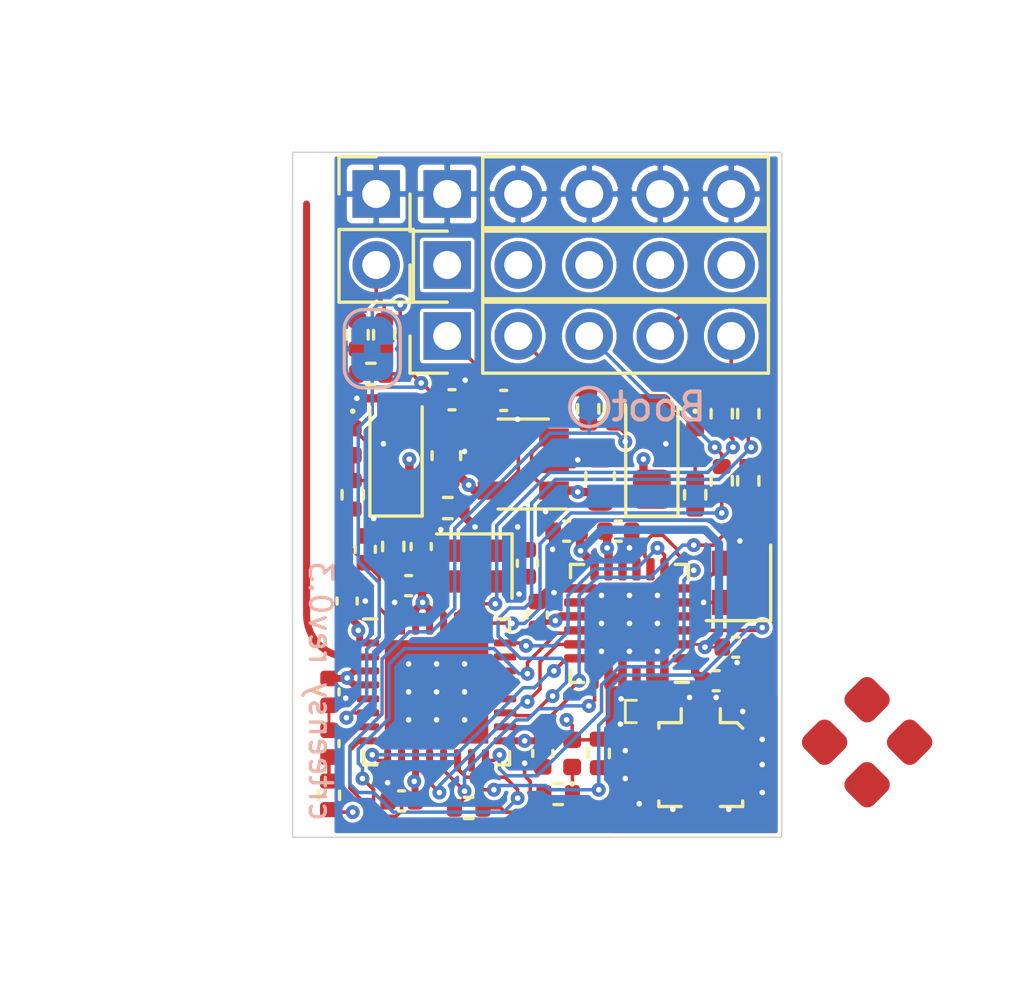
<source format=kicad_pcb>
(kicad_pcb (version 20171130) (host pcbnew 5.1.10-88a1d61d58~88~ubuntu18.04.1)
  (layers (0 F.Cu_sig signal) (1 In1.Cu_3V3 signal) (2 In2.Cu_Gnd signal) (31 B.Cu_sig signal) (34 B.Paste user) (35 F.Paste user) (36 B.SilkS user) (37 F.SilkS user) (38 B.Mask user) (39 F.Mask user) (44 Edge.Cuts user))
  (net 0 "")
  (net 1 GND)
  (net 2 +5V)
  (net 3 "Net-(D2-Pad2)")
  (net 4 +3V3)
  (net 5 ESP_EN)
  (net 6 "Net-(C16-Pad1)")
  (net 7 "Net-(C17-Pad1)")
  (net 8 ESPX_OUT)
  (net 9 ESPX_IN)
  (net 10 "Net-(R2-Pad2)")
  (net 11 "Net-(U2-Pad23)")
  (net 12 "Net-(U2-Pad22)")
  (net 13 "Net-(U2-Pad21)")
  (net 14 "Net-(U2-Pad20)")
  (net 15 LED_A)
  (net 16 BUSY_A)
  (net 17 DIO1_A)
  (net 18 NRST_A)
  (net 19 NSS_A)
  (net 20 SCK)
  (net 21 MISO)
  (net 22 MOSI)
  (net 23 ANT)
  (net 24 "Net-(U6-Pad6)")
  (net 25 "Net-(U6-Pad4)")
  (net 26 "Net-(J1-Pad1)")
  (net 27 "Net-(U5-Pad1)")
  (net 28 "Net-(U6-Pad10)")
  (net 29 "Net-(U6-Pad9)")
  (net 30 "Net-(U6-Pad14)")
  (net 31 "Net-(C22-Pad1)")
  (net 32 "Net-(J3-Pad5)")
  (net 33 "Net-(J3-Pad4)")
  (net 34 "Net-(J3-Pad3)")
  (net 35 "Net-(J3-Pad2)")
  (net 36 "Net-(J3-Pad1)")
  (net 37 PWM1)
  (net 38 PWM2)
  (net 39 PWM3)
  (net 40 PWM4)
  (net 41 PWM5)
  (net 42 "Net-(U2-Pad5)")
  (net 43 "Net-(D4-Pad1)")
  (net 44 "Net-(C11-Pad1)")
  (net 45 "Net-(D1-Pad1)")
  (net 46 "Net-(J5-Pad2)")
  (net 47 ADC_sig)
  (net 48 "Net-(J6-Pad2)")
  (net 49 "Net-(JP1-Pad1)")
  (module Resistor_SMD:R_0402_1005Metric (layer F.Cu_sig) (at 161.275 57.525 90)
    (fp_text reference R17 hide)
    (fp_text value 47k hide)
    (pad 2 smd roundrect (at 0.51 0 90) (size 0.54 0.64) (layers F.Cu_sig F.Paste F.Mask) (net 48 "Net-(J6-Pad2)"))
    (pad 1 smd roundrect (at -0.51 0 90) (size 0.54 0.64) (layers F.Cu_sig F.Paste F.Mask) (net 49 "Net-(JP1-Pad1)"))
  )
  (module Jumper:SolderJumper-2_P1.3mm_Bridged_RoundedPad1.0x1.5mm (layer B.Cu_sig) (at 160.85 58.025 270)
    (fp_text reference JP1 hide)
    (fp_text value SolderJumper_2_Bridged hide)
    (fp_poly (pts (xy 0.25 0.3) (xy -0.25 0.3) (xy -0.25 -0.3) (xy 0.25 -0.3)) (layer B.Cu_sig) (width 0))
    (pad 1 smd custom (at -0.65 0 270) (size 1 0.5) (layers B.Cu_sig B.Mask) (net 49 "Net-(JP1-Pad1)") (options (clearance outline) (anchor rect)) (primitives (gr_circle (center 0 -0.25) (end 0.5 -0.25) (width 0)) (gr_circle (center 0 0.25) (end 0.5 0.25) (width 0)) (gr_poly (pts (xy 0 0.75) (xy 0.5 0.75) (xy 0.5 -0.75) (xy 0 -0.75)) (width 0))))
    (pad 2 smd custom (at 0.65 0 270) (size 1 0.5) (layers B.Cu_sig B.Mask) (net 47 ADC_sig) (options (clearance outline) (anchor rect)) (primitives (gr_circle (center 0 -0.25) (end 0.5 -0.25) (width 0)) (gr_circle (center 0 0.25) (end 0.5 0.25) (width 0)) (gr_poly (pts (xy 0 0.75) (xy -0.5 0.75) (xy -0.5 -0.75) (xy 0 -0.75)) (width 0))))
  )
  (module Connector_PinHeader_2.54mm:PinHeader_1x02_P2.54mm_Vertical (layer F.Cu_sig) (at 160.99 52.49)
    (fp_text reference J6 hide)
    (fp_text value Conn_01x02 hide)
    (pad 2 thru_hole oval (at 0 2.54) (size 1.7 1.7) (drill 1) (layers *.Cu *.Mask) (net 48 "Net-(J6-Pad2)"))
    (pad 1 thru_hole rect (at 0 0) (size 1.7 1.7) (drill 1) (layers *.Cu *.Mask) (net 1 GND))
  )
  (module Resistor_SMD:R_0402_1005Metric (layer F.Cu_sig) (at 160.8 58.925)
    (fp_text reference R16 hide)
    (fp_text value 1k hide)
    (pad 2 smd roundrect (at 0.51 0) (size 0.54 0.64) (layers F.Cu_sig F.Paste F.Mask) (net 47 ADC_sig))
    (pad 1 smd roundrect (at -0.51 0) (size 0.54 0.64) (layers F.Cu_sig F.Paste F.Mask) (net 1 GND))
  )
  (module Resistor_SMD:R_0402_1005Metric (layer F.Cu_sig) (at 160.325 57.525 90)
    (fp_text reference R15 hide)
    (fp_text value 24k hide)
    (pad 2 smd roundrect (at 0.51 0 90) (size 0.54 0.64) (layers F.Cu_sig F.Paste F.Mask) (net 48 "Net-(J6-Pad2)"))
    (pad 1 smd roundrect (at -0.51 0 90) (size 0.54 0.64) (layers F.Cu_sig F.Paste F.Mask) (net 47 ADC_sig))
  )
  (module Capacitor_SMD:C_0402_1005Metric (layer F.Cu_sig) (at 163.7 59.85)
    (fp_text reference C12 hide)
    (fp_text value 100n hide)
    (pad 2 smd roundrect (at 0.48 0) (size 0.56 0.62) (layers F.Cu_sig F.Paste F.Mask) (net 1 GND))
    (pad 1 smd roundrect (at -0.48 0) (size 0.56 0.62) (layers F.Cu_sig F.Paste F.Mask) (net 47 ADC_sig))
  )
  (module ELRS_ESP8285_PWM5:QFN-32-1EP_5x5mm_P0.5mm_EP3.7x3.7mm_dense (layer F.Cu_sig) (at 163.15 70.3)
    (fp_text reference U2 hide)
    (fp_text value ESP8285 hide)
    (pad 33 smd rect (at 0 0) (size 3.7 3.7) (layers F.Cu_sig F.Mask) (net 1 GND))
    (pad 32 smd roundrect (at -1.75 -2.45) (size 0.25 0.8) (layers F.Cu_sig F.Paste F.Mask) (net 44 "Net-(C11-Pad1)"))
    (pad 31 smd roundrect (at -1.25 -2.45) (size 0.25 0.8) (layers F.Cu_sig F.Paste F.Mask) (net 10 "Net-(R2-Pad2)"))
    (pad 30 smd roundrect (at -0.75 -2.45) (size 0.25 0.8) (layers F.Cu_sig F.Paste F.Mask) (net 4 +3V3))
    (pad 29 smd roundrect (at -0.25 -2.45) (size 0.25 0.8) (layers F.Cu_sig F.Paste F.Mask) (net 4 +3V3))
    (pad 28 smd roundrect (at 0.25 -2.45) (size 0.25 0.8) (layers F.Cu_sig F.Paste F.Mask) (net 9 ESPX_IN))
    (pad 27 smd roundrect (at 0.75 -2.45) (size 0.25 0.8) (layers F.Cu_sig F.Paste F.Mask) (net 8 ESPX_OUT))
    (pad 26 smd roundrect (at 1.25 -2.45) (size 0.25 0.8) (layers F.Cu_sig F.Paste F.Mask) (net 38 PWM2))
    (pad 25 smd roundrect (at 1.75 -2.45) (size 0.25 0.8) (layers F.Cu_sig F.Paste F.Mask) (net 39 PWM3))
    (pad 24 smd roundrect (at 2.45 -1.75) (size 0.8 0.25) (layers F.Cu_sig F.Paste F.Mask) (net 16 BUSY_A))
    (pad 23 smd roundrect (at 2.45 -1.25) (size 0.8 0.25) (layers F.Cu_sig F.Paste F.Mask) (net 11 "Net-(U2-Pad23)"))
    (pad 22 smd roundrect (at 2.45 -0.75) (size 0.8 0.25) (layers F.Cu_sig F.Paste F.Mask) (net 12 "Net-(U2-Pad22)"))
    (pad 21 smd roundrect (at 2.45 -0.25) (size 0.8 0.25) (layers F.Cu_sig F.Paste F.Mask) (net 13 "Net-(U2-Pad21)"))
    (pad 20 smd roundrect (at 2.45 0.25) (size 0.8 0.25) (layers F.Cu_sig F.Paste F.Mask) (net 14 "Net-(U2-Pad20)"))
    (pad 19 smd roundrect (at 2.45 0.75) (size 0.8 0.25) (layers F.Cu_sig F.Paste F.Mask) (net 41 PWM5))
    (pad 18 smd roundrect (at 2.45 1.25) (size 0.8 0.25) (layers F.Cu_sig F.Paste F.Mask) (net 40 PWM4))
    (pad 17 smd roundrect (at 2.45 1.75) (size 0.8 0.25) (layers F.Cu_sig F.Paste F.Mask) (net 4 +3V3))
    (pad 16 smd roundrect (at 1.75 2.45) (size 0.25 0.8) (layers F.Cu_sig F.Paste F.Mask) (net 17 DIO1_A))
    (pad 15 smd roundrect (at 1.25 2.45) (size 0.25 0.8) (layers F.Cu_sig F.Paste F.Mask) (net 37 PWM1))
    (pad 14 smd roundrect (at 0.75 2.45) (size 0.25 0.8) (layers F.Cu_sig F.Paste F.Mask) (net 18 NRST_A))
    (pad 13 smd roundrect (at 0.25 2.45) (size 0.25 0.8) (layers F.Cu_sig F.Paste F.Mask) (net 19 NSS_A))
    (pad 12 smd roundrect (at -0.25 2.45) (size 0.25 0.8) (layers F.Cu_sig F.Paste F.Mask) (net 22 MOSI))
    (pad 11 smd roundrect (at -0.75 2.45) (size 0.25 0.8) (layers F.Cu_sig F.Paste F.Mask) (net 4 +3V3))
    (pad 10 smd roundrect (at -1.25 2.45) (size 0.25 0.8) (layers F.Cu_sig F.Paste F.Mask) (net 21 MISO))
    (pad 9 smd roundrect (at -1.75 2.45) (size 0.25 0.8) (layers F.Cu_sig F.Paste F.Mask) (net 20 SCK))
    (pad 8 smd roundrect (at -2.45 1.75) (size 0.8 0.25) (layers F.Cu_sig F.Paste F.Mask) (net 15 LED_A))
    (pad 7 smd roundrect (at -2.45 1.25) (size 0.8 0.25) (layers F.Cu_sig F.Paste F.Mask) (net 5 ESP_EN))
    (pad 6 smd roundrect (at -2.45 0.75) (size 0.8 0.25) (layers F.Cu_sig F.Paste F.Mask) (net 47 ADC_sig))
    (pad 5 smd roundrect (at -2.45 0.25) (size 0.8 0.25) (layers F.Cu_sig F.Paste F.Mask) (net 42 "Net-(U2-Pad5)"))
    (pad 4 smd roundrect (at -2.45 -0.25) (size 0.8 0.25) (layers F.Cu_sig F.Paste F.Mask) (net 4 +3V3))
    (pad 3 smd roundrect (at -2.45 -0.75) (size 0.8 0.25) (layers F.Cu_sig F.Paste F.Mask) (net 4 +3V3))
    (pad 2 smd roundrect (at -2.45 -1.25) (size 0.8 0.25) (layers F.Cu_sig F.Paste F.Mask) (net 23 ANT))
    (pad 1 smd roundrect (at -2.45 -1.75) (size 0.8 0.25) (layers F.Cu_sig F.Paste F.Mask) (net 4 +3V3))
  )
  (module Resistor_SMD:R_0402_1005Metric (layer F.Cu_sig) (at 164.3 74.45 180)
    (fp_text reference R14 hide)
    (fp_text value 12k hide)
    (pad 2 smd roundrect (at 0.51 0 180) (size 0.54 0.64) (layers F.Cu_sig F.Paste F.Mask) (net 19 NSS_A))
    (pad 1 smd roundrect (at -0.51 0 180) (size 0.54 0.64) (layers F.Cu_sig F.Paste F.Mask) (net 1 GND))
  )
  (module ELRS_ESP8285_PWM5:molex_479480001_2g4-turret (layer F.Cu_sig) (at 178.55 72.1 225)
    (fp_text reference J5 hide)
    (fp_text value Conn_Coaxial hide)
    (pad 2 smd roundrect (at -1.075 -1.075 225) (size 1.35 1.35) (layers F.Cu_sig F.Paste F.Mask) (net 46 "Net-(J5-Pad2)"))
    (pad 2 smd roundrect (at 1.075 -1.075 225) (size 1.35 1.35) (layers F.Cu_sig F.Paste F.Mask) (net 46 "Net-(J5-Pad2)"))
    (pad 2 smd roundrect (at 1.075 1.075 225) (size 1.35 1.35) (layers F.Cu_sig F.Paste F.Mask) (net 46 "Net-(J5-Pad2)"))
    (pad 1 smd roundrect (at -1.075 1.075 225) (size 1.35 1.35) (layers F.Cu_sig F.Paste F.Mask) (net 26 "Net-(J1-Pad1)"))
  )
  (module Resistor_SMD:R_0402_1005Metric (layer F.Cu_sig) (at 168.575 60.175 90)
    (fp_text reference R13 hide)
    (fp_text value 12k hide)
    (pad 2 smd roundrect (at 0.51 0 90) (size 0.54 0.64) (layers F.Cu_sig F.Paste F.Mask) (net 4 +3V3))
    (pad 1 smd roundrect (at -0.51 0 90) (size 0.54 0.64) (layers F.Cu_sig F.Paste F.Mask) (net 37 PWM1))
  )
  (module Resistor_SMD:R_0402_1005Metric (layer F.Cu_sig) (at 168.95 72.5 90)
    (fp_text reference R10 hide)
    (fp_text value 12k hide)
    (pad 2 smd roundrect (at 0.51 0 90) (size 0.54 0.64) (layers F.Cu_sig F.Paste F.Mask) (net 4 +3V3))
    (pad 1 smd roundrect (at -0.51 0 90) (size 0.54 0.64) (layers F.Cu_sig F.Paste F.Mask) (net 18 NRST_A))
  )
  (module Capacitor_SMD:C_0402_1005Metric (layer F.Cu_sig) (at 160.6 65.2 90)
    (fp_text reference C11 hide)
    (fp_text value 1u hide)
    (pad 2 smd roundrect (at 0.48 0 90) (size 0.56 0.62) (layers F.Cu_sig F.Paste F.Mask) (net 1 GND))
    (pad 1 smd roundrect (at -0.48 0 90) (size 0.56 0.62) (layers F.Cu_sig F.Paste F.Mask) (net 44 "Net-(C11-Pad1)"))
  )
  (module Capacitor_SMD:C_0402_1005Metric (layer F.Cu_sig) (at 161.9 74.2 180)
    (fp_text reference C10 hide)
    (fp_text value 100n hide)
    (pad 2 smd roundrect (at 0.48 0 180) (size 0.56 0.62) (layers F.Cu_sig F.Paste F.Mask) (net 1 GND))
    (pad 1 smd roundrect (at -0.48 0 180) (size 0.56 0.62) (layers F.Cu_sig F.Paste F.Mask) (net 4 +3V3))
  )
  (module TestPoint:TestPoint_Pad_D1.0mm (layer B.Cu_sig) (at 168.61 60.110001)
    (fp_text reference TP1 hide)
    (fp_text value BOOT hide)
    (pad 1 smd circle (at 0 0) (size 1 1) (layers B.Cu_sig B.Mask) (net 37 PWM1))
  )
  (module Resistor_SMD:R_0402_1005Metric (layer F.Cu_sig) (at 174.3 60.35 270)
    (fp_text reference R9 hide)
    (fp_text value 1k hide)
    (pad 2 smd roundrect (at 0.51 0 270) (size 0.54 0.64) (layers F.Cu_sig F.Paste F.Mask) (net 41 PWM5))
    (pad 1 smd roundrect (at -0.51 0 270) (size 0.54 0.64) (layers F.Cu_sig F.Paste F.Mask) (net 32 "Net-(J3-Pad5)"))
  )
  (module Resistor_SMD:R_0402_1005Metric (layer F.Cu_sig) (at 174.3 62.75 270)
    (fp_text reference R8 hide)
    (fp_text value 1k hide)
    (pad 2 smd roundrect (at 0.51 0 270) (size 0.54 0.64) (layers F.Cu_sig F.Paste F.Mask) (net 40 PWM4))
    (pad 1 smd roundrect (at -0.51 0 270) (size 0.54 0.64) (layers F.Cu_sig F.Paste F.Mask) (net 33 "Net-(J3-Pad4)"))
  )
  (module Resistor_SMD:R_0402_1005Metric (layer F.Cu_sig) (at 173.35 62.75 270)
    (fp_text reference R7 hide)
    (fp_text value 1k hide)
    (pad 2 smd roundrect (at 0.51 0 270) (size 0.54 0.64) (layers F.Cu_sig F.Paste F.Mask) (net 39 PWM3))
    (pad 1 smd roundrect (at -0.51 0 270) (size 0.54 0.64) (layers F.Cu_sig F.Paste F.Mask) (net 34 "Net-(J3-Pad3)"))
  )
  (module Resistor_SMD:R_0402_1005Metric (layer F.Cu_sig) (at 173.35 60.35 270)
    (fp_text reference R6 hide)
    (fp_text value 1k hide)
    (pad 2 smd roundrect (at 0.51 0 270) (size 0.54 0.64) (layers F.Cu_sig F.Paste F.Mask) (net 38 PWM2))
    (pad 1 smd roundrect (at -0.51 0 270) (size 0.54 0.64) (layers F.Cu_sig F.Paste F.Mask) (net 35 "Net-(J3-Pad2)"))
  )
  (module Resistor_SMD:R_0402_1005Metric (layer F.Cu_sig) (at 169.525 60.175 270)
    (fp_text reference R5 hide)
    (fp_text value 1k hide)
    (pad 2 smd roundrect (at 0.51 0 270) (size 0.54 0.64) (layers F.Cu_sig F.Paste F.Mask) (net 37 PWM1))
    (pad 1 smd roundrect (at -0.51 0 270) (size 0.54 0.64) (layers F.Cu_sig F.Paste F.Mask) (net 36 "Net-(J3-Pad1)"))
  )
  (module Resistor_SMD:R_0402_1005Metric (layer F.Cu_sig) (at 160.15 63.25 90)
    (fp_text reference R3 hide)
    (fp_text value 12k hide)
    (pad 2 smd roundrect (at 0.51 0 90) (size 0.54 0.64) (layers F.Cu_sig F.Paste F.Mask) (net 4 +3V3))
    (pad 1 smd roundrect (at -0.51 0 90) (size 0.54 0.64) (layers F.Cu_sig F.Paste F.Mask) (net 44 "Net-(C11-Pad1)"))
  )
  (module Resistor_SMD:R_0402_1005Metric (layer F.Cu_sig) (at 161.6 65.1 270)
    (fp_text reference R2 hide)
    (fp_text value 12k hide)
    (pad 2 smd roundrect (at 0.51 0 270) (size 0.54 0.64) (layers F.Cu_sig F.Paste F.Mask) (net 10 "Net-(R2-Pad2)"))
    (pad 1 smd roundrect (at -0.51 0 270) (size 0.54 0.64) (layers F.Cu_sig F.Paste F.Mask) (net 1 GND))
  )
  (module Connector_PinHeader_2.54mm:PinHeader_1x05_P2.54mm_Vertical (layer F.Cu_sig) (at 163.53 55.029999 90)
    (fp_text reference J4 hide)
    (fp_text value Conn_01x05 hide)
    (pad 5 thru_hole oval (at 0 10.16 90) (size 1.7 1.7) (drill 1) (layers *.Cu *.Mask) (net 2 +5V))
    (pad 4 thru_hole oval (at 0 7.62 90) (size 1.7 1.7) (drill 1) (layers *.Cu *.Mask) (net 2 +5V))
    (pad 3 thru_hole oval (at 0 5.08 90) (size 1.7 1.7) (drill 1) (layers *.Cu *.Mask) (net 2 +5V))
    (pad 2 thru_hole oval (at 0 2.54 90) (size 1.7 1.7) (drill 1) (layers *.Cu *.Mask) (net 2 +5V))
    (pad 1 thru_hole rect (at 0 0 90) (size 1.7 1.7) (drill 1) (layers *.Cu *.Mask) (net 2 +5V))
  )
  (module Connector_PinHeader_2.54mm:PinHeader_1x05_P2.54mm_Vertical (layer F.Cu_sig) (at 163.53 57.570001 90)
    (fp_text reference J3 hide)
    (fp_text value Conn_01x05 hide)
    (pad 5 thru_hole oval (at 0 10.16 90) (size 1.7 1.7) (drill 1) (layers *.Cu *.Mask) (net 32 "Net-(J3-Pad5)"))
    (pad 4 thru_hole oval (at 0 7.62 90) (size 1.7 1.7) (drill 1) (layers *.Cu *.Mask) (net 33 "Net-(J3-Pad4)"))
    (pad 3 thru_hole oval (at 0 5.08 90) (size 1.7 1.7) (drill 1) (layers *.Cu *.Mask) (net 34 "Net-(J3-Pad3)"))
    (pad 2 thru_hole oval (at 0 2.54 90) (size 1.7 1.7) (drill 1) (layers *.Cu *.Mask) (net 35 "Net-(J3-Pad2)"))
    (pad 1 thru_hole rect (at 0 0 90) (size 1.7 1.7) (drill 1) (layers *.Cu *.Mask) (net 36 "Net-(J3-Pad1)"))
  )
  (module Connector_PinHeader_2.54mm:PinHeader_1x05_P2.54mm_Vertical (layer F.Cu_sig) (at 163.53 52.49 90)
    (fp_text reference J2 hide)
    (fp_text value Conn_01x05 hide)
    (pad 5 thru_hole oval (at 0 10.16 90) (size 1.7 1.7) (drill 1) (layers *.Cu *.Mask) (net 1 GND))
    (pad 4 thru_hole oval (at 0 7.62 90) (size 1.7 1.7) (drill 1) (layers *.Cu *.Mask) (net 1 GND))
    (pad 3 thru_hole oval (at 0 5.08 90) (size 1.7 1.7) (drill 1) (layers *.Cu *.Mask) (net 1 GND))
    (pad 2 thru_hole oval (at 0 2.54 90) (size 1.7 1.7) (drill 1) (layers *.Cu *.Mask) (net 1 GND))
    (pad 1 thru_hole rect (at 0 0 90) (size 1.7 1.7) (drill 1) (layers *.Cu *.Mask) (net 1 GND))
  )
  (module Package_TO_SOT_SMD:SOT-23-5 (layer F.Cu_sig) (at 166.25 62.15 180)
    (fp_text reference U1 hide)
    (fp_text value SPX3819M5-L-3-3 hide)
    (pad 5 smd rect (at 1.1 -0.95 180) (size 1.06 0.65) (layers F.Cu_sig F.Paste F.Mask) (net 4 +3V3))
    (pad 4 smd rect (at 1.1 0.95 180) (size 1.06 0.65) (layers F.Cu_sig F.Paste F.Mask) (net 31 "Net-(C22-Pad1)"))
    (pad 3 smd rect (at -1.1 0.95 180) (size 1.06 0.65) (layers F.Cu_sig F.Paste F.Mask) (net 2 +5V))
    (pad 2 smd rect (at -1.1 0 180) (size 1.06 0.65) (layers F.Cu_sig F.Paste F.Mask) (net 1 GND))
    (pad 1 smd rect (at -1.1 -0.95 180) (size 1.06 0.65) (layers F.Cu_sig F.Paste F.Mask) (net 2 +5V))
  )
  (module Capacitor_SMD:C_0402_1005Metric (layer F.Cu_sig) (at 165.55 59.875)
    (fp_text reference C22 hide)
    (fp_text value 10n hide)
    (pad 2 smd roundrect (at 0.48 0) (size 0.56 0.62) (layers F.Cu_sig F.Paste F.Mask) (net 1 GND))
    (pad 1 smd roundrect (at -0.48 0) (size 0.56 0.62) (layers F.Cu_sig F.Paste F.Mask) (net 31 "Net-(C22-Pad1)"))
  )
  (module Capacitor_SMD:C_0402_1005Metric (layer F.Cu_sig) (at 159.3 70.3 270)
    (fp_text reference C21 hide)
    (fp_text value 100n hide)
    (pad 2 smd roundrect (at 0.48 0 270) (size 0.56 0.62) (layers F.Cu_sig F.Paste F.Mask) (net 1 GND))
    (pad 1 smd roundrect (at -0.48 0 270) (size 0.56 0.62) (layers F.Cu_sig F.Paste F.Mask) (net 4 +3V3))
  )
  (module Resistor_SMD:R_0402_1005Metric (layer F.Cu_sig) (at 167.5 73.95)
    (fp_text reference R4 hide)
    (fp_text value 560R hide)
    (pad 2 smd roundrect (at 0.51 0) (size 0.54 0.64) (layers F.Cu_sig F.Paste F.Mask) (net 43 "Net-(D4-Pad1)"))
    (pad 1 smd roundrect (at -0.51 0) (size 0.54 0.64) (layers F.Cu_sig F.Paste F.Mask) (net 15 LED_A))
  )
  (module LED_SMD:LED_0402_1005Metric (layer F.Cu_sig) (at 168 72.5 90)
    (fp_text reference D4 hide)
    (fp_text value LED hide)
    (pad 2 smd roundrect (at 0.485 0 90) (size 0.59 0.64) (layers F.Cu_sig F.Paste F.Mask) (net 4 +3V3))
    (pad 1 smd roundrect (at -0.485 0 90) (size 0.59 0.64) (layers F.Cu_sig F.Paste F.Mask) (net 43 "Net-(D4-Pad1)"))
  )
  (module ELRS_ESP8285_dual:QFN-24-1EP_4x4mm_P0.5mm_EP2.6x2.6mm_SX1280_dense (layer F.Cu_sig) (at 170.05 67.85 180)
    (fp_text reference U6 hide)
    (fp_text value SX1281 hide)
    (pad 0 smd rect (at 0 0 180) (size 2.6 2.6) (layers F.Cu_sig F.Mask) (net 1 GND))
    (pad 24 smd roundrect (at -1.25 -1.9375 180) (size 0.3 0.8) (layers F.Cu_sig F.Paste F.Mask) (net 1 GND))
    (pad 23 smd roundrect (at -0.75 -1.9375 180) (size 0.3 0.8) (layers F.Cu_sig F.Paste F.Mask) (net 1 GND))
    (pad 22 smd roundrect (at -0.25 -1.9375 180) (size 0.3 0.8) (layers F.Cu_sig F.Paste F.Mask) (net 27 "Net-(U5-Pad1)"))
    (pad 21 smd roundrect (at 0.25 -1.9375 180) (size 0.3 0.8) (layers F.Cu_sig F.Paste F.Mask) (net 1 GND))
    (pad 20 smd roundrect (at 0.75 -1.9375 180) (size 0.3 0.8) (layers F.Cu_sig F.Paste F.Mask) (net 1 GND))
    (pad 19 smd roundrect (at 1.25 -1.9375 180) (size 0.3 0.8) (layers F.Cu_sig F.Paste F.Mask) (net 19 NSS_A))
    (pad 18 smd roundrect (at 1.9375 -1.25 180) (size 0.8 0.3) (layers F.Cu_sig F.Paste F.Mask) (net 20 SCK))
    (pad 17 smd roundrect (at 1.9375 -0.75 180) (size 0.8 0.3) (layers F.Cu_sig F.Paste F.Mask) (net 22 MOSI))
    (pad 16 smd roundrect (at 1.9375 -0.25 180) (size 0.8 0.3) (layers F.Cu_sig F.Paste F.Mask) (net 21 MISO))
    (pad 15 smd roundrect (at 1.9375 0.25 180) (size 0.8 0.3) (layers F.Cu_sig F.Paste F.Mask) (net 4 +3V3))
    (pad 14 smd roundrect (at 1.9375 0.75 180) (size 0.8 0.3) (layers F.Cu_sig F.Paste F.Mask) (net 30 "Net-(U6-Pad14)"))
    (pad 13 smd roundrect (at 1.9375 1.25 180) (size 0.8 0.3) (layers F.Cu_sig F.Paste F.Mask) (net 1 GND))
    (pad 12 smd roundrect (at 1.25 1.9375 180) (size 0.3 0.8) (layers F.Cu_sig F.Paste F.Mask) (net 6 "Net-(C16-Pad1)"))
    (pad 11 smd roundrect (at 0.75 1.9375 180) (size 0.3 0.8) (layers F.Cu_sig F.Paste F.Mask) (net 4 +3V3))
    (pad 10 smd roundrect (at 0.25 1.9375 180) (size 0.3 0.8) (layers F.Cu_sig F.Paste F.Mask) (net 28 "Net-(U6-Pad10)"))
    (pad 9 smd roundrect (at -0.25 1.9375 180) (size 0.3 0.8) (layers F.Cu_sig F.Paste F.Mask) (net 29 "Net-(U6-Pad9)"))
    (pad 8 smd roundrect (at -0.75 1.9375 180) (size 0.3 0.8) (layers F.Cu_sig F.Paste F.Mask) (net 17 DIO1_A))
    (pad 7 smd roundrect (at -1.25 1.9375 180) (size 0.3 0.8) (layers F.Cu_sig F.Paste F.Mask) (net 16 BUSY_A))
    (pad 6 smd roundrect (at -1.9375 1.25 180) (size 0.8 0.3) (layers F.Cu_sig F.Paste F.Mask) (net 24 "Net-(U6-Pad6)"))
    (pad 5 smd roundrect (at -1.9375 0.75 180) (size 0.8 0.3) (layers F.Cu_sig F.Paste F.Mask) (net 1 GND))
    (pad 4 smd roundrect (at -1.9375 0.25 180) (size 0.8 0.3) (layers F.Cu_sig F.Paste F.Mask) (net 25 "Net-(U6-Pad4)"))
    (pad 3 smd roundrect (at -1.9375 -0.25 180) (size 0.8 0.3) (layers F.Cu_sig F.Paste F.Mask) (net 18 NRST_A))
    (pad 2 smd roundrect (at -1.9375 -0.75 180) (size 0.8 0.3) (layers F.Cu_sig F.Paste F.Mask) (net 6 "Net-(C16-Pad1)"))
    (pad 1 smd roundrect (at -1.9375 -1.25 180) (size 0.8 0.3) (layers F.Cu_sig F.Paste F.Mask) (net 7 "Net-(C17-Pad1)"))
  )
  (module ELRS_ESP8285_dual:2450FM07D0034T (layer F.Cu_sig) (at 170.9 71)
    (fp_text reference U5 hide)
    (fp_text value 2450FM07D0034T hide)
    (pad 4 smd roundrect (at 0 -0.35) (size 0.3 0.5) (layers F.Cu_sig F.Paste F.Mask) (net 1 GND))
    (pad 3 smd roundrect (at 0.6 0) (size 0.55 0.55) (layers F.Cu_sig F.Paste F.Mask) (net 26 "Net-(J1-Pad1)"))
    (pad 2 smd roundrect (at 0 0.35) (size 0.3 0.5) (layers F.Cu_sig F.Paste F.Mask) (net 1 GND))
    (pad 1 smd roundrect (at -0.6 0) (size 0.55 0.55) (layers F.Cu_sig F.Paste F.Mask) (net 27 "Net-(U5-Pad1)"))
  )
  (module ELRS_ESP8285_dual:U.FL_Molex_MCRF_73412-0110_Vertical_dense (layer F.Cu_sig) (at 172.6 72.9 180)
    (fp_text reference J1 hide)
    (fp_text value Conn_Coaxial hide)
    (pad 1 smd rect (at 0 1.5 180) (size 1 1) (layers F.Cu_sig F.Paste F.Mask) (net 26 "Net-(J1-Pad1)"))
    (pad 2 smd roundrect (at 0 -1.5 180) (size 1 1) (layers F.Cu_sig F.Paste F.Mask) (net 1 GND))
    (pad 2 smd roundrect (at 1.475 0 180) (size 1.05 2.2) (layers F.Cu_sig F.Paste F.Mask) (net 1 GND))
    (pad 2 smd roundrect (at -1.475 0 180) (size 1.05 2.2) (layers F.Cu_sig F.Paste F.Mask) (net 1 GND))
  )
  (module Crystal:Crystal_SMD_2016-4Pin_2.0x1.6mm (layer F.Cu_sig) (at 173.95 66.4 90)
    (fp_text reference Y3 hide)
    (fp_text value 52M hide)
    (pad 4 smd rect (at -0.7 -0.55 90) (size 0.9 0.8) (layers F.Cu_sig F.Paste F.Mask) (net 1 GND))
    (pad 3 smd rect (at 0.7 -0.55 90) (size 0.9 0.8) (layers F.Cu_sig F.Paste F.Mask) (net 24 "Net-(U6-Pad6)"))
    (pad 2 smd rect (at 0.7 0.55 90) (size 0.9 0.8) (layers F.Cu_sig F.Paste F.Mask) (net 1 GND))
    (pad 1 smd rect (at -0.7 0.55 90) (size 0.9 0.8) (layers F.Cu_sig F.Paste F.Mask) (net 25 "Net-(U6-Pad4)"))
  )
  (module Crystal:Crystal_SMD_2016-4Pin_2.0x1.6mm (layer F.Cu_sig) (at 164.5 65.8 180)
    (fp_text reference Y2 hide)
    (fp_text value 26M hide)
    (pad 4 smd rect (at -0.7 -0.55 180) (size 0.9 0.8) (layers F.Cu_sig F.Paste F.Mask) (net 1 GND))
    (pad 3 smd rect (at 0.7 -0.55 180) (size 0.9 0.8) (layers F.Cu_sig F.Paste F.Mask) (net 9 ESPX_IN))
    (pad 2 smd rect (at 0.7 0.55 180) (size 0.9 0.8) (layers F.Cu_sig F.Paste F.Mask) (net 1 GND))
    (pad 1 smd rect (at -0.7 0.55 180) (size 0.9 0.8) (layers F.Cu_sig F.Paste F.Mask) (net 8 ESPX_OUT))
  )
  (module Resistor_SMD:R_0402_1005Metric (layer F.Cu_sig) (at 159.3 74 270)
    (fp_text reference R1 hide)
    (fp_text value 12k hide)
    (pad 2 smd roundrect (at 0.51 0 270) (size 0.54 0.64) (layers F.Cu_sig F.Paste F.Mask) (net 4 +3V3))
    (pad 1 smd roundrect (at -0.51 0 270) (size 0.54 0.64) (layers F.Cu_sig F.Paste F.Mask) (net 5 ESP_EN))
  )
  (module Capacitor_SMD:C_0402_1005Metric (layer F.Cu_sig) (at 162.6 65.1 90)
    (fp_text reference C20 hide)
    (fp_text value 5p hide)
    (pad 2 smd roundrect (at 0.48 0 90) (size 0.56 0.62) (layers F.Cu_sig F.Paste F.Mask) (net 1 GND))
    (pad 1 smd roundrect (at -0.48 0 90) (size 0.56 0.62) (layers F.Cu_sig F.Paste F.Mask) (net 9 ESPX_IN))
  )
  (module Capacitor_SMD:C_0402_1005Metric (layer F.Cu_sig) (at 166.4 65.7 270)
    (fp_text reference C19 hide)
    (fp_text value 5p hide)
    (pad 2 smd roundrect (at 0.48 0 270) (size 0.56 0.62) (layers F.Cu_sig F.Paste F.Mask) (net 1 GND))
    (pad 1 smd roundrect (at -0.48 0 270) (size 0.56 0.62) (layers F.Cu_sig F.Paste F.Mask) (net 8 ESPX_OUT))
  )
  (module Capacitor_SMD:C_0402_1005Metric (layer F.Cu_sig) (at 167.8 64.55 180)
    (fp_text reference C18 hide)
    (fp_text value 470n hide)
    (pad 2 smd roundrect (at 0.48 0 180) (size 0.56 0.62) (layers F.Cu_sig F.Paste F.Mask) (net 1 GND))
    (pad 1 smd roundrect (at -0.48 0 180) (size 0.56 0.62) (layers F.Cu_sig F.Paste F.Mask) (net 6 "Net-(C16-Pad1)"))
  )
  (module Capacitor_SMD:C_0402_1005Metric (layer F.Cu_sig) (at 173.15 69.9)
    (fp_text reference C17 hide)
    (fp_text value 10n hide)
    (pad 2 smd roundrect (at 0.48 0) (size 0.56 0.62) (layers F.Cu_sig F.Paste F.Mask) (net 1 GND))
    (pad 1 smd roundrect (at -0.48 0) (size 0.56 0.62) (layers F.Cu_sig F.Paste F.Mask) (net 7 "Net-(C17-Pad1)"))
  )
  (module Capacitor_SMD:C_0402_1005Metric (layer F.Cu_sig) (at 173.85 68.7)
    (fp_text reference C16 hide)
    (fp_text value 10n hide)
    (pad 2 smd roundrect (at 0.48 0) (size 0.56 0.62) (layers F.Cu_sig F.Paste F.Mask) (net 1 GND))
    (pad 1 smd roundrect (at -0.48 0) (size 0.56 0.62) (layers F.Cu_sig F.Paste F.Mask) (net 6 "Net-(C16-Pad1)"))
  )
  (module Capacitor_SMD:C_0402_1005Metric (layer F.Cu_sig) (at 169.65 64.55)
    (fp_text reference C15 hide)
    (fp_text value 100n hide)
    (pad 2 smd roundrect (at 0.48 0) (size 0.56 0.62) (layers F.Cu_sig F.Paste F.Mask) (net 1 GND))
    (pad 1 smd roundrect (at -0.48 0) (size 0.56 0.62) (layers F.Cu_sig F.Paste F.Mask) (net 4 +3V3))
  )
  (module Capacitor_SMD:C_0402_1005Metric (layer F.Cu_sig) (at 166.75 67.55 90)
    (fp_text reference C9 hide)
    (fp_text value 100n hide)
    (pad 2 smd roundrect (at 0.48 0 90) (size 0.56 0.62) (layers F.Cu_sig F.Paste F.Mask) (net 1 GND))
    (pad 1 smd roundrect (at -0.48 0 90) (size 0.56 0.62) (layers F.Cu_sig F.Paste F.Mask) (net 4 +3V3))
  )
  (module Capacitor_SMD:C_0402_1005Metric (layer F.Cu_sig) (at 159.3 72.15 90)
    (fp_text reference C4 hide)
    (fp_text value 1u hide)
    (pad 2 smd roundrect (at 0.48 0 90) (size 0.56 0.62) (layers F.Cu_sig F.Paste F.Mask) (net 1 GND))
    (pad 1 smd roundrect (at -0.48 0 90) (size 0.56 0.62) (layers F.Cu_sig F.Paste F.Mask) (net 5 ESP_EN))
  )
  (module Capacitor_Tantalum_SMD:CP_EIA-3216-18_Kemet-A (layer F.Cu_sig) (at 161.7 61.7 90)
    (fp_text reference C8 hide)
    (fp_text value 100u hide)
    (pad 2 smd roundrect (at 1.35 0 90) (size 1.4 1.35) (layers F.Cu_sig F.Paste F.Mask) (roundrect_rratio 0.185185) (net 1 GND))
    (pad 1 smd roundrect (at -1.35 0 90) (size 1.4 1.35) (layers F.Cu_sig F.Paste F.Mask) (roundrect_rratio 0.185185) (net 4 +3V3))
  )
  (module Capacitor_Tantalum_SMD:CP_EIA-3216-18_Kemet-A (layer F.Cu_sig) (at 170.85 61.7 90)
    (fp_text reference C5 hide)
    (fp_text value 100u hide)
    (pad 2 smd roundrect (at 1.35 0 90) (size 1.4 1.35) (layers F.Cu_sig F.Paste F.Mask) (roundrect_rratio 0.185185) (net 1 GND))
    (pad 1 smd roundrect (at -1.35 0 90) (size 1.4 1.35) (layers F.Cu_sig F.Paste F.Mask) (roundrect_rratio 0.185185) (net 2 +5V))
  )
  (module Resistor_SMD:R_0402_1005Metric (layer F.Cu_sig) (at 172.4 63.25 90)
    (fp_text reference R12 hide)
    (fp_text value 3k9 hide)
    (pad 2 smd roundrect (at 0.51 0 90) (size 0.54 0.64) (layers F.Cu_sig F.Paste F.Mask) (net 3 "Net-(D2-Pad2)"))
    (pad 1 smd roundrect (at -0.51 0 90) (size 0.54 0.64) (layers F.Cu_sig F.Paste F.Mask) (net 2 +5V))
  )
  (module LED_SMD:LED_0402_1005Metric (layer F.Cu_sig) (at 172.4 61.35 270)
    (fp_text reference D2 hide)
    (fp_text value LED hide)
    (pad 2 smd roundrect (at 0.485 0 270) (size 0.59 0.64) (layers F.Cu_sig F.Paste F.Mask) (net 3 "Net-(D2-Pad2)"))
    (pad 1 smd roundrect (at -0.485 0 270) (size 0.59 0.64) (layers F.Cu_sig F.Paste F.Mask) (net 1 GND))
  )
  (module Resistor_SMD:R_0402_1005Metric (layer F.Cu_sig) (at 163.55 63.725)
    (fp_text reference R11 hide)
    (fp_text value 560R hide)
    (pad 2 smd roundrect (at 0.51 0) (size 0.54 0.64) (layers F.Cu_sig F.Paste F.Mask) (net 1 GND))
    (pad 1 smd roundrect (at -0.51 0) (size 0.54 0.64) (layers F.Cu_sig F.Paste F.Mask) (net 45 "Net-(D1-Pad1)"))
  )
  (module LED_SMD:LED_0402_1005Metric (layer F.Cu_sig) (at 160.15 61.35 270)
    (fp_text reference D1 hide)
    (fp_text value LED hide)
    (pad 2 smd roundrect (at 0.485 0 270) (size 0.59 0.64) (layers F.Cu_sig F.Paste F.Mask) (net 4 +3V3))
    (pad 1 smd roundrect (at -0.485 0 270) (size 0.59 0.64) (layers F.Cu_sig F.Paste F.Mask) (net 45 "Net-(D1-Pad1)"))
  )
  (module Capacitor_SMD:C_0603_1608Metric (layer F.Cu_sig) (at 163.5 61.85 90)
    (fp_text reference C7 hide)
    (fp_text value 4u7 hide)
    (pad 2 smd roundrect (at 0.775 0 90) (size 0.9 0.95) (layers F.Cu_sig F.Paste F.Mask) (net 1 GND))
    (pad 1 smd roundrect (at -0.775 0 90) (size 0.9 0.95) (layers F.Cu_sig F.Paste F.Mask) (net 4 +3V3))
  )
  (module Capacitor_SMD:C_0603_1608Metric (layer F.Cu_sig) (at 169 62.6 90)
    (fp_text reference C6 hide)
    (fp_text value 1u hide)
    (pad 2 smd roundrect (at 0.775 0 90) (size 0.9 0.95) (layers F.Cu_sig F.Paste F.Mask) (net 1 GND))
    (pad 1 smd roundrect (at -0.775 0 90) (size 0.9 0.95) (layers F.Cu_sig F.Paste F.Mask) (net 2 +5V))
  )
  (module Capacitor_SMD:C_0402_1005Metric (layer F.Cu_sig) (at 162.15 66.5 180)
    (fp_text reference C3 hide)
    (fp_text value 100n hide)
    (pad 2 smd roundrect (at 0.48 0 180) (size 0.56 0.62) (layers F.Cu_sig F.Paste F.Mask) (net 1 GND))
    (pad 1 smd roundrect (at -0.48 0 180) (size 0.56 0.62) (layers F.Cu_sig F.Paste F.Mask) (net 4 +3V3))
  )
  (module Capacitor_SMD:C_0402_1005Metric (layer F.Cu_sig) (at 159.95 67.05 90)
    (fp_text reference C2 hide)
    (fp_text value 100n hide)
    (pad 2 smd roundrect (at 0.48 0 90) (size 0.56 0.62) (layers F.Cu_sig F.Paste F.Mask) (net 1 GND))
    (pad 1 smd roundrect (at -0.48 0 90) (size 0.56 0.62) (layers F.Cu_sig F.Paste F.Mask) (net 4 +3V3))
  )
  (module Capacitor_SMD:C_0402_1005Metric (layer F.Cu_sig) (at 166.95 72.5 270)
    (fp_text reference C1 hide)
    (fp_text value 100n hide)
    (pad 2 smd roundrect (at 0.48 0 270) (size 0.56 0.62) (layers F.Cu_sig F.Paste F.Mask) (net 1 GND))
    (pad 1 smd roundrect (at -0.48 0 270) (size 0.56 0.62) (layers F.Cu_sig F.Paste F.Mask) (net 4 +3V3))
  )
  (gr_text "crteensy rev0.3" (at 159 75 -90) (layer B.SilkS) (effects (font (size 0.8 0.8) (thickness 0.12)) (justify left mirror)))
  (gr_text Boot (at 171.1 60.1) (layer B.SilkS) (effects (font (size 1 1)) (justify mirror)))
  (gr_line (start 158 75.5) (end 158 51) (layer Edge.Cuts) (width 0.05))
  (gr_line (start 175.5 75.5) (end 158 75.5) (layer Edge.Cuts) (width 0.05))
  (gr_line (start 175.5 51) (end 175.5 75.5) (layer Edge.Cuts) (width 0.05))
  (gr_line (start 158 51) (end 175.5 51) (layer Edge.Cuts) (width 0.05))
  (via (at 170.05 67.85) (size 0.5) (drill 0.2) (layers F.Cu_sig B.Cu_sig) (net 1))
  (via (at 162.15 70.3) (size 0.5) (drill 0.2) (layers F.Cu_sig B.Cu_sig) (net 1))
  (via (at 164.15 70.3) (size 0.5) (drill 0.2) (layers F.Cu_sig B.Cu_sig) (net 1))
  (via (at 163.15 70.3) (size 0.5) (drill 0.2) (layers F.Cu_sig B.Cu_sig) (net 1))
  (via (at 164.15 61.7) (size 0.5) (drill 0.2) (layers F.Cu_sig B.Cu_sig) (net 1))
  (via (at 161.65 67.1) (size 0.5) (drill 0.2) (layers F.Cu_sig B.Cu_sig) (net 1))
  (segment (start 161.67 66.5) (end 161.67 67.08) (width 0.3) (layer F.Cu_sig) (net 1))
  (segment (start 161.67 67.08) (end 161.65 67.1) (width 0.3) (layer F.Cu_sig) (net 1))
  (via (at 163.3 64.5) (size 0.5) (drill 0.2) (layers F.Cu_sig B.Cu_sig) (net 1))
  (segment (start 163.3 64.75) (end 163.8 65.25) (width 0.1) (layer F.Cu_sig) (net 1))
  (segment (start 163.3 64.5) (end 163.3 64.75) (width 0.1) (layer F.Cu_sig) (net 1))
  (segment (start 162.72 64.5) (end 162.6 64.62) (width 0.1) (layer F.Cu_sig) (net 1))
  (segment (start 163.3 64.5) (end 162.72 64.5) (width 0.1) (layer F.Cu_sig) (net 1))
  (via (at 168.2 62) (size 0.5) (drill 0.2) (layers F.Cu_sig B.Cu_sig) (net 1))
  (via (at 170.05 65.15) (size 0.5) (drill 0.2) (layers F.Cu_sig B.Cu_sig) (net 1))
  (segment (start 170.13 65.07) (end 170.05 65.15) (width 0.3) (layer F.Cu_sig) (net 1))
  (segment (start 170.13 64.55) (end 170.13 65.07) (width 0.3) (layer F.Cu_sig) (net 1))
  (segment (start 163.525 61.075) (end 164.15 61.7) (width 0.3) (layer F.Cu_sig) (net 1))
  (segment (start 163.5 61.075) (end 163.525 61.075) (width 0.3) (layer F.Cu_sig) (net 1))
  (segment (start 168.05 62.15) (end 168.2 62) (width 0.3) (layer F.Cu_sig) (net 1))
  (segment (start 167.35 62.15) (end 168.05 62.15) (width 0.3) (layer F.Cu_sig) (net 1))
  (segment (start 168.825 62) (end 169 61.825) (width 0.3) (layer F.Cu_sig) (net 1))
  (segment (start 168.2 62) (end 168.825 62) (width 0.3) (layer F.Cu_sig) (net 1))
  (via (at 167.3 65.2) (size 0.5) (drill 0.2) (layers F.Cu_sig B.Cu_sig) (net 1))
  (segment (start 167.32 64.55) (end 167.32 65.18) (width 0.3) (layer F.Cu_sig) (net 1))
  (segment (start 167.32 65.18) (end 167.3 65.2) (width 0.3) (layer F.Cu_sig) (net 1))
  (via (at 166.3 72.85) (size 0.5) (drill 0.2) (layers F.Cu_sig B.Cu_sig) (net 1))
  (segment (start 166.82 72.85) (end 166.95 72.98) (width 0.25) (layer F.Cu_sig) (net 1))
  (segment (start 166.3 72.85) (end 166.82 72.85) (width 0.25) (layer F.Cu_sig) (net 1))
  (via (at 172.7 67.1) (size 0.5) (drill 0.2) (layers F.Cu_sig B.Cu_sig) (net 1))
  (via (at 174 64.9) (size 0.5) (drill 0.2) (layers F.Cu_sig B.Cu_sig) (net 1))
  (segment (start 167.5 66.6) (end 168.1125 66.6) (width 0.3) (layer F.Cu_sig) (net 1))
  (segment (start 167.35 66.75) (end 167.5 66.6) (width 0.3) (layer F.Cu_sig) (net 1))
  (segment (start 167.07 66.75) (end 166.75 67.07) (width 0.3) (layer F.Cu_sig) (net 1))
  (via (at 167.35 66.75) (size 0.5) (drill 0.2) (layers F.Cu_sig B.Cu_sig) (net 1))
  (segment (start 167.35 66.75) (end 167.07 66.75) (width 0.3) (layer F.Cu_sig) (net 1))
  (segment (start 166.1 66.48) (end 166.4 66.18) (width 0.125) (layer F.Cu_sig) (net 1))
  (segment (start 166.1 66.8) (end 166.1 66.48) (width 0.125) (layer F.Cu_sig) (net 1))
  (via (at 166.1 66.8) (size 0.5) (drill 0.2) (layers F.Cu_sig B.Cu_sig) (net 1))
  (segment (start 161.42 73.57) (end 161.42 74.2) (width 0.25) (layer F.Cu_sig) (net 1))
  (segment (start 161.4 73.55) (end 161.42 73.57) (width 0.25) (layer F.Cu_sig) (net 1))
  (via (at 161.4 73.55) (size 0.5) (drill 0.2) (layers F.Cu_sig B.Cu_sig) (net 1))
  (segment (start 173.9 69.63) (end 173.63 69.9) (width 0.3) (layer F.Cu_sig) (net 1))
  (segment (start 173.9 69.25) (end 173.9 69.13) (width 0.3) (layer F.Cu_sig) (net 1))
  (via (at 173.9 69.25) (size 0.5) (drill 0.2) (layers F.Cu_sig B.Cu_sig) (net 1))
  (segment (start 173.9 69.13) (end 174.33 68.7) (width 0.3) (layer F.Cu_sig) (net 1))
  (segment (start 173.9 69.25) (end 173.9 69.63) (width 0.3) (layer F.Cu_sig) (net 1))
  (segment (start 165.55 66.7) (end 165.2 66.35) (width 0.125) (layer F.Cu_sig) (net 1))
  (segment (start 166.1 66.8) (end 166 66.7) (width 0.125) (layer F.Cu_sig) (net 1))
  (segment (start 166 66.7) (end 165.55 66.7) (width 0.125) (layer F.Cu_sig) (net 1))
  (segment (start 171.9875 67.1) (end 172.7 67.1) (width 0.125) (layer F.Cu_sig) (net 1))
  (segment (start 172.7 67.1) (end 173.4 67.1) (width 0.125) (layer F.Cu_sig) (net 1))
  (segment (start 174.5 65.7) (end 174.5 65.75) (width 0.125) (layer F.Cu_sig) (net 1))
  (segment (start 174.5 65.75) (end 173.95 66.3) (width 0.125) (layer F.Cu_sig) (net 1))
  (segment (start 173.95 66.3) (end 173.95 66.45) (width 0.125) (layer F.Cu_sig) (net 1))
  (segment (start 173.4 67) (end 173.4 67.1) (width 0.125) (layer F.Cu_sig) (net 1))
  (segment (start 173.95 66.45) (end 173.4 67) (width 0.125) (layer F.Cu_sig) (net 1))
  (via (at 169.9 73.4) (size 0.5) (drill 0.2) (layers F.Cu_sig B.Cu_sig) (net 1))
  (via (at 170.4 74.3) (size 0.5) (drill 0.2) (layers F.Cu_sig B.Cu_sig) (net 1))
  (via (at 171.6 74.5) (size 0.5) (drill 0.2) (layers F.Cu_sig B.Cu_sig) (net 1))
  (via (at 169.9 72.4) (size 0.5) (drill 0.2) (layers F.Cu_sig B.Cu_sig) (net 1))
  (via (at 172.2 70.5) (size 0.5) (drill 0.2) (layers F.Cu_sig B.Cu_sig) (net 1))
  (via (at 163.15 71.3) (size 0.5) (drill 0.2) (layers F.Cu_sig B.Cu_sig) (net 1))
  (via (at 163.15 69.3) (size 0.5) (drill 0.2) (layers F.Cu_sig B.Cu_sig) (net 1))
  (via (at 169.05 67.85) (size 0.5) (drill 0.2) (layers F.Cu_sig B.Cu_sig) (net 1))
  (via (at 170.05 66.85) (size 0.5) (drill 0.2) (layers F.Cu_sig B.Cu_sig) (net 1))
  (via (at 171.05 67.85) (size 0.5) (drill 0.2) (layers F.Cu_sig B.Cu_sig) (net 1))
  (via (at 170.05 68.85) (size 0.5) (drill 0.2) (layers F.Cu_sig B.Cu_sig) (net 1))
  (segment (start 168.8 66.6) (end 170.05 67.85) (width 0.3) (layer F.Cu_sig) (net 1))
  (segment (start 168.1125 66.6) (end 168.8 66.6) (width 0.3) (layer F.Cu_sig) (net 1))
  (segment (start 169.3 69.7875) (end 169.8 69.7875) (width 0.3) (layer F.Cu_sig) (net 1))
  (segment (start 169.8 68.1) (end 170.05 67.85) (width 0.3) (layer F.Cu_sig) (net 1))
  (segment (start 169.8 69.7875) (end 169.8 68.1) (width 0.3) (layer F.Cu_sig) (net 1))
  (segment (start 170.8 69.7875) (end 171.3 69.7875) (width 0.3) (layer F.Cu_sig) (net 1))
  (segment (start 170.8 68.6) (end 170.05 67.85) (width 0.3) (layer F.Cu_sig) (net 1))
  (segment (start 170.8 69.7875) (end 170.8 68.6) (width 0.3) (layer F.Cu_sig) (net 1))
  (segment (start 171.3 69.1) (end 170.05 67.85) (width 0.3) (layer F.Cu_sig) (net 1))
  (segment (start 171.3 69.7875) (end 171.3 69.1) (width 0.3) (layer F.Cu_sig) (net 1))
  (segment (start 169.3 68.6) (end 170.05 67.85) (width 0.3) (layer F.Cu_sig) (net 1))
  (segment (start 169.3 69.7875) (end 169.3 68.6) (width 0.3) (layer F.Cu_sig) (net 1))
  (via (at 173.15 70.5) (size 0.5) (drill 0.2) (layers F.Cu_sig B.Cu_sig) (net 1))
  (via (at 173.6 74.5) (size 0.5) (drill 0.2) (layers F.Cu_sig B.Cu_sig) (net 1))
  (via (at 174.8 72) (size 0.5) (drill 0.2) (layers F.Cu_sig B.Cu_sig) (net 1))
  (via (at 174.8 72.9) (size 0.5) (drill 0.2) (layers F.Cu_sig B.Cu_sig) (net 1))
  (via (at 174.8 73.9) (size 0.5) (drill 0.2) (layers F.Cu_sig B.Cu_sig) (net 1))
  (via (at 174.1 71) (size 0.5) (drill 0.2) (layers F.Cu_sig B.Cu_sig) (net 1))
  (segment (start 171.885 60.35) (end 172.4 60.865) (width 0.125) (layer F.Cu_sig) (net 1))
  (segment (start 170.85 60.35) (end 171.885 60.35) (width 0.125) (layer F.Cu_sig) (net 1))
  (via (at 169.75 70.55) (size 0.5) (drill 0.2) (layers F.Cu_sig B.Cu_sig) (net 1))
  (segment (start 164.81 74.45) (end 165.45 74.45) (width 0.125) (layer F.Cu_sig) (net 1))
  (segment (start 165.45 74.45) (end 165.6 74.6) (width 0.125) (layer F.Cu_sig) (net 1))
  (segment (start 165.6 74.6) (end 166.2 74.6) (width 0.125) (layer F.Cu_sig) (net 1))
  (segment (start 166.2 74.6) (end 166.5 74.3) (width 0.125) (layer F.Cu_sig) (net 1))
  (segment (start 166.5 74.3) (end 166.5 73.5) (width 0.125) (layer F.Cu_sig) (net 1))
  (segment (start 166.3 73.3) (end 166.3 72.85) (width 0.125) (layer F.Cu_sig) (net 1))
  (segment (start 166.5 73.5) (end 166.3 73.3) (width 0.125) (layer F.Cu_sig) (net 1))
  (via (at 160.9 64.1) (size 0.5) (drill 0.2) (layers F.Cu_sig B.Cu_sig) (net 1))
  (via (at 160.6 67.05) (size 0.5) (drill 0.2) (layers F.Cu_sig B.Cu_sig) (net 1))
  (segment (start 159.95 66.57) (end 160.12 66.57) (width 0.25) (layer F.Cu_sig) (net 1))
  (segment (start 160.12 66.57) (end 160.6 67.05) (width 0.25) (layer F.Cu_sig) (net 1))
  (via (at 164.15 71.3) (size 0.5) (drill 0.2) (layers F.Cu_sig B.Cu_sig) (net 1))
  (via (at 164.15 69.3) (size 0.5) (drill 0.2) (layers F.Cu_sig B.Cu_sig) (net 1))
  (via (at 162.15 69.3) (size 0.5) (drill 0.2) (layers F.Cu_sig B.Cu_sig) (net 1))
  (via (at 162.15 71.3) (size 0.5) (drill 0.2) (layers F.Cu_sig B.Cu_sig) (net 1))
  (via (at 169.05 66.85) (size 0.5) (drill 0.2) (layers F.Cu_sig B.Cu_sig) (net 1))
  (via (at 171.05 66.85) (size 0.5) (drill 0.2) (layers F.Cu_sig B.Cu_sig) (net 1))
  (via (at 171.05 68.85) (size 0.5) (drill 0.2) (layers F.Cu_sig B.Cu_sig) (net 1))
  (via (at 169.05 68.85) (size 0.5) (drill 0.2) (layers F.Cu_sig B.Cu_sig) (net 1))
  (segment (start 161.11 64.1) (end 161.6 64.59) (width 0.125) (layer F.Cu_sig) (net 1))
  (segment (start 160.9 64.1) (end 161.11 64.1) (width 0.125) (layer F.Cu_sig) (net 1))
  (segment (start 160.9 64.42) (end 160.6 64.72) (width 0.125) (layer F.Cu_sig) (net 1))
  (segment (start 160.9 64.1) (end 160.9 64.42) (width 0.125) (layer F.Cu_sig) (net 1))
  (segment (start 159.3 71.67) (end 159.3 70.78) (width 0.1) (layer F.Cu_sig) (net 1))
  (via (at 159.9 70.525) (size 0.5) (drill 0.2) (layers F.Cu_sig B.Cu_sig) (net 1))
  (segment (start 159.37 70.78) (end 159.3 70.78) (width 0.25) (layer F.Cu_sig) (net 1))
  (segment (start 159.9 70.525) (end 159.625 70.525) (width 0.25) (layer F.Cu_sig) (net 1))
  (segment (start 159.625 70.525) (end 159.37 70.78) (width 0.25) (layer F.Cu_sig) (net 1))
  (segment (start 161.25 60.8) (end 161.7 60.35) (width 0.3) (layer F.Cu_sig) (net 1))
  (via (at 161.25 61.425) (size 0.5) (drill 0.2) (layers F.Cu_sig B.Cu_sig) (net 1))
  (segment (start 161.25 61.425) (end 161.25 60.8) (width 0.3) (layer F.Cu_sig) (net 1))
  (via (at 171.35 61.425) (size 0.5) (drill 0.2) (layers F.Cu_sig B.Cu_sig) (net 1))
  (segment (start 171.35 60.85) (end 170.85 60.35) (width 0.3) (layer F.Cu_sig) (net 1))
  (segment (start 171.35 61.425) (end 171.35 60.85) (width 0.3) (layer F.Cu_sig) (net 1))
  (via (at 166.05 60.55) (size 0.5) (drill 0.2) (layers F.Cu_sig B.Cu_sig) (net 1))
  (segment (start 166.03 59.875) (end 166.03 60.53) (width 0.3) (layer F.Cu_sig) (net 1))
  (segment (start 166.03 60.53) (end 166.05 60.55) (width 0.3) (layer F.Cu_sig) (net 1))
  (via (at 164.525 64.4) (size 0.5) (drill 0.2) (layers F.Cu_sig B.Cu_sig) (net 1))
  (segment (start 164.06 63.725) (end 164.06 63.935) (width 0.3) (layer F.Cu_sig) (net 1))
  (segment (start 164.06 63.935) (end 164.525 64.4) (width 0.3) (layer F.Cu_sig) (net 1))
  (via (at 169.725 71.45) (size 0.5) (drill 0.2) (layers F.Cu_sig B.Cu_sig) (net 1))
  (segment (start 164.18 59.85) (end 164.18 59.155) (width 0.125) (layer F.Cu_sig) (net 1))
  (via (at 164.175 59.15) (size 0.5) (drill 0.2) (layers F.Cu_sig B.Cu_sig) (net 1))
  (segment (start 164.18 59.155) (end 164.175 59.15) (width 0.125) (layer F.Cu_sig) (net 1))
  (segment (start 160.3 59.8) (end 161.15 59.8) (width 0.3) (layer F.Cu_sig) (net 1))
  (segment (start 161.15 59.8) (end 161.7 60.35) (width 0.3) (layer F.Cu_sig) (net 1))
  (segment (start 160.29 59.79) (end 160.29 58.925) (width 0.125) (layer F.Cu_sig) (net 1))
  (via (at 160.3 59.8) (size 0.5) (drill 0.2) (layers F.Cu_sig B.Cu_sig) (net 1))
  (segment (start 160.3 59.8) (end 160.29 59.79) (width 0.125) (layer F.Cu_sig) (net 1))
  (via (at 167.05 63.85) (size 0.5) (drill 0.2) (layers F.Cu_sig B.Cu_sig) (net 1))
  (via (at 166.05 64.4) (size 0.5) (drill 0.2) (layers F.Cu_sig B.Cu_sig) (net 1))
  (segment (start 167.35 61.2) (end 167.1 61.2) (width 0.125) (layer F.Cu_sig) (net 2))
  (segment (start 167.1 61.2) (end 166.55 61.75) (width 0.125) (layer F.Cu_sig) (net 2))
  (segment (start 166.55 61.75) (end 166.55 62.55) (width 0.125) (layer F.Cu_sig) (net 2))
  (segment (start 167.1 63.1) (end 167.35 63.1) (width 0.125) (layer F.Cu_sig) (net 2))
  (segment (start 166.55 62.55) (end 167.1 63.1) (width 0.125) (layer F.Cu_sig) (net 2))
  (segment (start 168.775 63.15) (end 169 63.375) (width 0.3) (layer F.Cu_sig) (net 2))
  (segment (start 168.2 63.15) (end 168.775 63.15) (width 0.3) (layer F.Cu_sig) (net 2))
  (segment (start 168.15 63.1) (end 167.35 63.1) (width 0.3) (layer F.Cu_sig) (net 2))
  (via (at 168.2 63.15) (size 0.5) (drill 0.2) (layers F.Cu_sig B.Cu_sig) (net 2))
  (segment (start 168.2 63.15) (end 168.15 63.1) (width 0.3) (layer F.Cu_sig) (net 2))
  (segment (start 171.69 63.05) (end 172.4 63.76) (width 0.125) (layer F.Cu_sig) (net 2))
  (segment (start 170.85 63.05) (end 171.69 63.05) (width 0.125) (layer F.Cu_sig) (net 2))
  (via (at 170.55 61.975) (size 0.5) (drill 0.2) (layers F.Cu_sig B.Cu_sig) (net 2))
  (segment (start 170.55 62.75) (end 170.85 63.05) (width 0.3) (layer F.Cu_sig) (net 2))
  (segment (start 170.55 61.975) (end 170.55 62.75) (width 0.3) (layer F.Cu_sig) (net 2))
  (segment (start 172.4 62.74) (end 172.4 61.835) (width 0.125) (layer F.Cu_sig) (net 3))
  (via (at 169.25 65.15) (size 0.5) (drill 0.2) (layers F.Cu_sig B.Cu_sig) (net 4))
  (via (at 159.95 69.8) (size 0.5) (drill 0.2) (layers F.Cu_sig B.Cu_sig) (net 4))
  (segment (start 159.93 69.82) (end 159.95 69.8) (width 0.25) (layer F.Cu_sig) (net 4))
  (segment (start 159.3 69.82) (end 159.93 69.82) (width 0.25) (layer F.Cu_sig) (net 4))
  (via (at 164.3 62.9) (size 0.5) (drill 0.2) (layers F.Cu_sig B.Cu_sig) (net 4))
  (via (at 162.65 67.1) (size 0.5) (drill 0.2) (layers F.Cu_sig B.Cu_sig) (net 4))
  (segment (start 162.63 66.5) (end 162.63 67.08) (width 0.3) (layer F.Cu_sig) (net 4))
  (segment (start 162.63 67.08) (end 162.65 67.1) (width 0.3) (layer F.Cu_sig) (net 4))
  (via (at 166.3 72.05) (size 0.5) (drill 0.2) (layers F.Cu_sig B.Cu_sig) (net 4))
  (segment (start 166.92 72.05) (end 166.95 72.02) (width 0.25) (layer F.Cu_sig) (net 4))
  (segment (start 166.3 72.05) (end 166.92 72.05) (width 0.25) (layer F.Cu_sig) (net 4))
  (segment (start 169.3 65.2) (end 169.25 65.15) (width 0.3) (layer F.Cu_sig) (net 4))
  (segment (start 169.3 65.9125) (end 169.3 65.2) (width 0.3) (layer F.Cu_sig) (net 4))
  (segment (start 169.25 64.63) (end 169.17 64.55) (width 0.3) (layer F.Cu_sig) (net 4))
  (segment (start 169.25 65.15) (end 169.25 64.63) (width 0.3) (layer F.Cu_sig) (net 4))
  (segment (start 164.5 63.1) (end 164.3 62.9) (width 0.3) (layer F.Cu_sig) (net 4))
  (segment (start 165.15 63.1) (end 164.5 63.1) (width 0.3) (layer F.Cu_sig) (net 4))
  (segment (start 164.025 62.625) (end 164.3 62.9) (width 0.3) (layer F.Cu_sig) (net 4))
  (segment (start 163.5 62.625) (end 164.025 62.625) (width 0.3) (layer F.Cu_sig) (net 4))
  (segment (start 162.38 73.53) (end 162.38 74.2) (width 0.25) (layer F.Cu_sig) (net 4))
  (via (at 162.35 73.5) (size 0.5) (drill 0.2) (layers F.Cu_sig B.Cu_sig) (net 4))
  (segment (start 162.35 73.5) (end 162.38 73.53) (width 0.25) (layer F.Cu_sig) (net 4))
  (segment (start 167.6 67.6) (end 168.1125 67.6) (width 0.3) (layer F.Cu_sig) (net 4))
  (segment (start 167.45 67.75) (end 167.6 67.6) (width 0.3) (layer F.Cu_sig) (net 4))
  (segment (start 167.4 67.75) (end 167.45 67.75) (width 0.3) (layer F.Cu_sig) (net 4))
  (segment (start 167.03 67.75) (end 166.75 68.03) (width 0.3) (layer F.Cu_sig) (net 4))
  (via (at 167.4 67.75) (size 0.5) (drill 0.2) (layers F.Cu_sig B.Cu_sig) (net 4))
  (segment (start 167.4 67.75) (end 167.03 67.75) (width 0.3) (layer F.Cu_sig) (net 4))
  (segment (start 160.15 61.835) (end 160.15 62.74) (width 0.125) (layer F.Cu_sig) (net 4))
  (segment (start 161.39 62.74) (end 161.7 63.05) (width 0.125) (layer F.Cu_sig) (net 4))
  (segment (start 160.15 62.74) (end 161.39 62.74) (width 0.125) (layer F.Cu_sig) (net 4))
  (segment (start 168 72.015) (end 168 71.5) (width 0.125) (layer F.Cu_sig) (net 4))
  (via (at 167.8 71.3) (size 0.5) (drill 0.2) (layers F.Cu_sig B.Cu_sig) (net 4))
  (segment (start 168 71.5) (end 167.8 71.3) (width 0.125) (layer F.Cu_sig) (net 4))
  (segment (start 168.925 72.015) (end 168.95 71.99) (width 0.125) (layer F.Cu_sig) (net 4))
  (segment (start 168 72.015) (end 168.925 72.015) (width 0.125) (layer F.Cu_sig) (net 4))
  (segment (start 160.2 69.55) (end 159.95 69.8) (width 0.25) (layer F.Cu_sig) (net 4))
  (segment (start 160.7 69.55) (end 160.2 69.55) (width 0.25) (layer F.Cu_sig) (net 4))
  (segment (start 160.2 70.05) (end 159.95 69.8) (width 0.25) (layer F.Cu_sig) (net 4))
  (segment (start 160.7 70.05) (end 160.2 70.05) (width 0.25) (layer F.Cu_sig) (net 4))
  (segment (start 162.4 73.45) (end 162.35 73.5) (width 0.25) (layer F.Cu_sig) (net 4))
  (segment (start 162.4 72.75) (end 162.4 73.45) (width 0.25) (layer F.Cu_sig) (net 4))
  (segment (start 165.6 72.05) (end 166.3 72.05) (width 0.25) (layer F.Cu_sig) (net 4))
  (segment (start 162.9 67.35) (end 162.65 67.1) (width 0.25) (layer F.Cu_sig) (net 4))
  (segment (start 162.9 67.85) (end 162.9 67.35) (width 0.25) (layer F.Cu_sig) (net 4))
  (segment (start 162.4 67.35) (end 162.65 67.1) (width 0.25) (layer F.Cu_sig) (net 4))
  (segment (start 162.4 67.85) (end 162.4 67.35) (width 0.25) (layer F.Cu_sig) (net 4))
  (via (at 160.15 74.6) (size 0.5) (drill 0.2) (layers F.Cu_sig B.Cu_sig) (net 4))
  (segment (start 159.39 74.6) (end 159.3 74.51) (width 0.125) (layer F.Cu_sig) (net 4))
  (segment (start 160.15 74.6) (end 159.39 74.6) (width 0.125) (layer F.Cu_sig) (net 4))
  (via (at 160.35 68.1) (size 0.5) (drill 0.2) (layers F.Cu_sig B.Cu_sig) (net 4))
  (segment (start 160.7 68.55) (end 160.4 68.55) (width 0.25) (layer F.Cu_sig) (net 4))
  (segment (start 160.4 68.15) (end 160.35 68.1) (width 0.25) (layer F.Cu_sig) (net 4))
  (segment (start 160.4 68.55) (end 160.4 68.15) (width 0.25) (layer F.Cu_sig) (net 4))
  (segment (start 160.35 67.93) (end 159.95 67.53) (width 0.25) (layer F.Cu_sig) (net 4))
  (segment (start 160.35 68.1) (end 160.35 67.93) (width 0.25) (layer F.Cu_sig) (net 4))
  (segment (start 162.175 61.975) (end 162.175 62.575) (width 0.3) (layer F.Cu_sig) (net 4))
  (via (at 162.175 61.975) (size 0.5) (drill 0.2) (layers F.Cu_sig B.Cu_sig) (net 4))
  (segment (start 162.175 62.575) (end 161.7 63.05) (width 0.3) (layer F.Cu_sig) (net 4))
  (segment (start 166.075 62.425) (end 165.4 63.1) (width 0.125) (layer F.Cu_sig) (net 4))
  (segment (start 166.075 61.55) (end 166.075 62.425) (width 0.125) (layer F.Cu_sig) (net 4))
  (segment (start 166.565 61.06) (end 166.075 61.55) (width 0.125) (layer F.Cu_sig) (net 4))
  (segment (start 165.4 63.1) (end 165.15 63.1) (width 0.125) (layer F.Cu_sig) (net 4))
  (segment (start 168.575 59.665) (end 167.56 59.665) (width 0.125) (layer F.Cu_sig) (net 4))
  (segment (start 166.565 60.66) (end 166.565 61.06) (width 0.125) (layer F.Cu_sig) (net 4))
  (segment (start 167.56 59.665) (end 166.565 60.66) (width 0.125) (layer F.Cu_sig) (net 4))
  (segment (start 159.3 72.63) (end 159.3 73.49) (width 0.125) (layer F.Cu_sig) (net 5))
  (segment (start 159.32 72.63) (end 159.3 72.63) (width 0.125) (layer F.Cu_sig) (net 5))
  (segment (start 160.7 71.55) (end 160.4 71.55) (width 0.125) (layer F.Cu_sig) (net 5))
  (segment (start 160.4 71.55) (end 159.32 72.63) (width 0.125) (layer F.Cu_sig) (net 5))
  (via (at 172.75 68.7) (size 0.5) (drill 0.2) (layers F.Cu_sig B.Cu_sig) (net 6))
  (segment (start 171.9875 68.6) (end 172.65 68.6) (width 0.1) (layer F.Cu_sig) (net 6))
  (segment (start 172.65 68.6) (end 172.75 68.7) (width 0.1) (layer F.Cu_sig) (net 6))
  (segment (start 173.37 68.7) (end 172.75 68.7) (width 0.1) (layer F.Cu_sig) (net 6))
  (segment (start 168.3 65.25) (end 168.28 65.23) (width 0.3) (layer F.Cu_sig) (net 6))
  (segment (start 168.28 65.23) (end 168.28 64.55) (width 0.3) (layer F.Cu_sig) (net 6))
  (via (at 168.3 65.25) (size 0.5) (drill 0.2) (layers F.Cu_sig B.Cu_sig) (net 6))
  (segment (start 168.8 65.75) (end 168.3 65.25) (width 0.3) (layer F.Cu_sig) (net 6))
  (segment (start 168.8 65.9125) (end 168.8 65.75) (width 0.3) (layer F.Cu_sig) (net 6))
  (segment (start 173.25 65) (end 173.25 68.2) (width 0.3) (layer B.Cu_sig) (net 6))
  (segment (start 173.25 68.2) (end 172.75 68.7) (width 0.3) (layer B.Cu_sig) (net 6))
  (segment (start 172.75 64.5) (end 173.25 65) (width 0.3) (layer B.Cu_sig) (net 6))
  (segment (start 168.3 65.25) (end 169.05 64.5) (width 0.3) (layer B.Cu_sig) (net 6))
  (segment (start 169.05 64.5) (end 172.75 64.5) (width 0.3) (layer B.Cu_sig) (net 6))
  (segment (start 171.9875 69.1) (end 172.15 69.1) (width 0.3) (layer F.Cu_sig) (net 7))
  (segment (start 172.15 69.1) (end 172.4 69.35) (width 0.3) (layer F.Cu_sig) (net 7))
  (segment (start 172.4 69.63) (end 172.67 69.9) (width 0.3) (layer F.Cu_sig) (net 7))
  (segment (start 172.4 69.35) (end 172.4 69.63) (width 0.3) (layer F.Cu_sig) (net 7))
  (segment (start 165.23 65.22) (end 165.2 65.25) (width 0.1) (layer F.Cu_sig) (net 8))
  (segment (start 166.4 65.22) (end 165.23 65.22) (width 0.1) (layer F.Cu_sig) (net 8))
  (segment (start 165.15 65.25) (end 165.2 65.25) (width 0.125) (layer F.Cu_sig) (net 8))
  (segment (start 164.5 65.9) (end 165.15 65.25) (width 0.125) (layer F.Cu_sig) (net 8))
  (segment (start 164.5 66.9) (end 164.5 65.9) (width 0.125) (layer F.Cu_sig) (net 8))
  (segment (start 163.9 67.85) (end 163.9 67.5) (width 0.125) (layer F.Cu_sig) (net 8))
  (segment (start 163.9 67.5) (end 164.5 66.9) (width 0.125) (layer F.Cu_sig) (net 8))
  (segment (start 162.6 65.58) (end 162.98 65.58) (width 0.125) (layer F.Cu_sig) (net 9))
  (segment (start 162.98 65.58) (end 163.75 66.35) (width 0.125) (layer F.Cu_sig) (net 9))
  (segment (start 163.75 66.35) (end 163.8 66.35) (width 0.125) (layer F.Cu_sig) (net 9))
  (segment (start 163.4 66.75) (end 163.8 66.35) (width 0.125) (layer F.Cu_sig) (net 9))
  (segment (start 163.4 67.85) (end 163.4 66.75) (width 0.125) (layer F.Cu_sig) (net 9))
  (segment (start 161.9 67.55) (end 161.9 67.85) (width 0.125) (layer F.Cu_sig) (net 10))
  (segment (start 162.073751 67.376249) (end 161.9 67.55) (width 0.125) (layer F.Cu_sig) (net 10))
  (segment (start 162.15 67.15) (end 162.073751 67.226249) (width 0.125) (layer F.Cu_sig) (net 10))
  (segment (start 162.073751 67.226249) (end 162.073751 67.376249) (width 0.125) (layer F.Cu_sig) (net 10))
  (segment (start 161.6 65.61) (end 162.15 66.16) (width 0.125) (layer F.Cu_sig) (net 10))
  (segment (start 162.15 66.16) (end 162.15 67.15) (width 0.125) (layer F.Cu_sig) (net 10))
  (segment (start 166.99 74.46) (end 166.99 73.95) (width 0.125) (layer F.Cu_sig) (net 15))
  (segment (start 166.45 75) (end 166.99 74.46) (width 0.125) (layer F.Cu_sig) (net 15))
  (segment (start 160.85 75) (end 166.45 75) (width 0.125) (layer F.Cu_sig) (net 15))
  (segment (start 160.7 72.05) (end 160.4 72.05) (width 0.125) (layer F.Cu_sig) (net 15))
  (segment (start 160.65 74.35) (end 160.65 74.8) (width 0.125) (layer F.Cu_sig) (net 15))
  (segment (start 160.4 72.05) (end 160.05 72.4) (width 0.125) (layer F.Cu_sig) (net 15))
  (segment (start 160.05 73.75) (end 160.65 74.35) (width 0.125) (layer F.Cu_sig) (net 15))
  (segment (start 160.05 72.4) (end 160.05 73.75) (width 0.125) (layer F.Cu_sig) (net 15))
  (segment (start 160.65 74.8) (end 160.85 75) (width 0.125) (layer F.Cu_sig) (net 15))
  (segment (start 171.3 65.4) (end 171.3 65.9125) (width 0.125) (layer F.Cu_sig) (net 16))
  (via (at 171.05 65.15) (size 0.5) (drill 0.2) (layers F.Cu_sig B.Cu_sig) (net 16))
  (segment (start 171.05 65.15) (end 171.3 65.4) (width 0.125) (layer F.Cu_sig) (net 16))
  (via (at 166.35 68.65) (size 0.5) (drill 0.2) (layers F.Cu_sig B.Cu_sig) (net 16))
  (segment (start 166.25 68.55) (end 165.6 68.55) (width 0.125) (layer F.Cu_sig) (net 16))
  (segment (start 166.35 68.65) (end 166.25 68.55) (width 0.125) (layer F.Cu_sig) (net 16))
  (segment (start 170.3 65.9) (end 171.05 65.15) (width 0.125) (layer B.Cu_sig) (net 16))
  (segment (start 168.8 65.9) (end 170.3 65.9) (width 0.125) (layer B.Cu_sig) (net 16))
  (segment (start 167.85 68.15) (end 167.85 66.85) (width 0.125) (layer B.Cu_sig) (net 16))
  (segment (start 166.35 68.65) (end 167.35 68.65) (width 0.125) (layer B.Cu_sig) (net 16))
  (segment (start 167.85 66.85) (end 168.8 65.9) (width 0.125) (layer B.Cu_sig) (net 16))
  (segment (start 167.35 68.65) (end 167.85 68.15) (width 0.125) (layer B.Cu_sig) (net 16))
  (via (at 172.35 65.95) (size 0.5) (drill 0.2) (layers F.Cu_sig B.Cu_sig) (net 17))
  (via (at 165.4 72.55) (size 0.5) (drill 0.2) (layers F.Cu_sig B.Cu_sig) (net 17))
  (segment (start 171.75 65.35) (end 172.35 65.95) (width 0.125) (layer F.Cu_sig) (net 17))
  (segment (start 170.8 65.65) (end 170.6 65.45) (width 0.125) (layer F.Cu_sig) (net 17))
  (segment (start 170.8 65.9125) (end 170.8 65.65) (width 0.125) (layer F.Cu_sig) (net 17))
  (segment (start 170.6 65.45) (end 170.6 64.95) (width 0.125) (layer F.Cu_sig) (net 17))
  (segment (start 170.6 64.95) (end 170.85 64.7) (width 0.125) (layer F.Cu_sig) (net 17))
  (segment (start 170.85 64.7) (end 171.25 64.7) (width 0.125) (layer F.Cu_sig) (net 17))
  (segment (start 171.75 65.2) (end 171.75 65.35) (width 0.125) (layer F.Cu_sig) (net 17))
  (segment (start 171.25 64.7) (end 171.75 65.2) (width 0.125) (layer F.Cu_sig) (net 17))
  (segment (start 165.2 72.75) (end 164.9 72.75) (width 0.125) (layer F.Cu_sig) (net 17))
  (segment (start 165.4 72.55) (end 165.2 72.75) (width 0.125) (layer F.Cu_sig) (net 17))
  (segment (start 172 66.3) (end 172.35 65.95) (width 0.125) (layer B.Cu_sig) (net 17))
  (segment (start 172 68.75) (end 172 66.3) (width 0.125) (layer B.Cu_sig) (net 17))
  (segment (start 171.35 69.4) (end 172 68.75) (width 0.125) (layer B.Cu_sig) (net 17))
  (segment (start 169.7 69.4) (end 171.35 69.4) (width 0.125) (layer B.Cu_sig) (net 17))
  (segment (start 165.4 73.05) (end 165.65 73.3) (width 0.125) (layer B.Cu_sig) (net 17))
  (segment (start 165.4 72.55) (end 165.4 73.05) (width 0.125) (layer B.Cu_sig) (net 17))
  (segment (start 165.65 73.3) (end 166.75 73.3) (width 0.125) (layer B.Cu_sig) (net 17))
  (segment (start 169.05 70.05) (end 169.7 69.4) (width 0.125) (layer B.Cu_sig) (net 17))
  (segment (start 166.75 73.3) (end 169.05 71) (width 0.125) (layer B.Cu_sig) (net 17))
  (segment (start 169.05 71) (end 169.05 70.05) (width 0.125) (layer B.Cu_sig) (net 17))
  (via (at 168.95 73.8) (size 0.5) (drill 0.2) (layers F.Cu_sig B.Cu_sig) (net 18))
  (segment (start 168.95 73.8) (end 168.95 73.01) (width 0.125) (layer F.Cu_sig) (net 18))
  (segment (start 163.9 73.05) (end 163.9 72.75) (width 0.125) (layer F.Cu_sig) (net 18))
  (segment (start 164.2 73.35) (end 163.9 73.05) (width 0.125) (layer F.Cu_sig) (net 18))
  (segment (start 164.35 73.35) (end 164.2 73.35) (width 0.125) (layer F.Cu_sig) (net 18))
  (segment (start 164.8 73.8) (end 164.35 73.35) (width 0.125) (layer F.Cu_sig) (net 18))
  (via (at 165.2 73.8) (size 0.5) (drill 0.2) (layers F.Cu_sig B.Cu_sig) (net 18))
  (segment (start 165.2 73.8) (end 164.8 73.8) (width 0.125) (layer F.Cu_sig) (net 18))
  (segment (start 167.2 73.8) (end 168.95 73.8) (width 0.125) (layer B.Cu_sig) (net 18))
  (segment (start 167.05 73.65) (end 167.2 73.8) (width 0.125) (layer B.Cu_sig) (net 18))
  (segment (start 165.2 73.8) (end 165.35 73.65) (width 0.125) (layer B.Cu_sig) (net 18))
  (segment (start 165.35 73.65) (end 167.05 73.65) (width 0.125) (layer B.Cu_sig) (net 18))
  (via (at 174.8 68) (size 0.5) (drill 0.2) (layers F.Cu_sig B.Cu_sig) (net 18))
  (segment (start 174.8 68) (end 174.7 68.1) (width 0.125) (layer F.Cu_sig) (net 18))
  (segment (start 174.7 68.1) (end 171.9875 68.1) (width 0.125) (layer F.Cu_sig) (net 18))
  (segment (start 168.95 71.5) (end 168.95 73.8) (width 0.125) (layer B.Cu_sig) (net 18))
  (segment (start 174.325 68) (end 172.625 69.7) (width 0.125) (layer B.Cu_sig) (net 18))
  (segment (start 172.625 69.7) (end 169.8 69.7) (width 0.125) (layer B.Cu_sig) (net 18))
  (segment (start 174.8 68) (end 174.325 68) (width 0.125) (layer B.Cu_sig) (net 18))
  (segment (start 169.8 69.7) (end 169.3 70.2) (width 0.125) (layer B.Cu_sig) (net 18))
  (segment (start 169.3 70.2) (end 169.3 71.15) (width 0.125) (layer B.Cu_sig) (net 18))
  (segment (start 169.3 71.15) (end 168.95 71.5) (width 0.125) (layer B.Cu_sig) (net 18))
  (segment (start 168.8 70.6) (end 168.8 69.7875) (width 0.125) (layer F.Cu_sig) (net 19))
  (via (at 168.6 70.8) (size 0.5) (drill 0.2) (layers F.Cu_sig B.Cu_sig) (net 19))
  (segment (start 168.6 70.8) (end 168.8 70.6) (width 0.125) (layer F.Cu_sig) (net 19))
  (segment (start 163.4 73.1) (end 163.4 72.75) (width 0.125) (layer F.Cu_sig) (net 19))
  (segment (start 164.15 73.85) (end 163.4 73.1) (width 0.125) (layer F.Cu_sig) (net 19))
  (via (at 164.15 73.85) (size 0.5) (drill 0.2) (layers F.Cu_sig B.Cu_sig) (net 19))
  (segment (start 164.15 74.09) (end 163.79 74.45) (width 0.125) (layer F.Cu_sig) (net 19))
  (segment (start 164.15 73.85) (end 164.15 74.09) (width 0.125) (layer F.Cu_sig) (net 19))
  (segment (start 167.7 70.8) (end 168.6 70.8) (width 0.125) (layer B.Cu_sig) (net 19))
  (segment (start 164.15 73.15) (end 166 71.3) (width 0.125) (layer B.Cu_sig) (net 19))
  (segment (start 164.15 73.85) (end 164.15 73.15) (width 0.125) (layer B.Cu_sig) (net 19))
  (segment (start 166 71.3) (end 166.4 71.3) (width 0.125) (layer B.Cu_sig) (net 19))
  (segment (start 166.4 71.3) (end 166.8 70.9) (width 0.125) (layer B.Cu_sig) (net 19))
  (segment (start 166.8 70.9) (end 167.6 70.9) (width 0.125) (layer B.Cu_sig) (net 19))
  (segment (start 167.6 70.9) (end 167.7 70.8) (width 0.125) (layer B.Cu_sig) (net 19))
  (via (at 160.85 72.55) (size 0.5) (drill 0.2) (layers F.Cu_sig B.Cu_sig) (net 20))
  (segment (start 167.35 69.55) (end 167.8 69.1) (width 0.125) (layer F.Cu_sig) (net 20))
  (segment (start 167.8 69.1) (end 168.1125 69.1) (width 0.125) (layer F.Cu_sig) (net 20))
  (via (at 167.35 69.55) (size 0.5) (drill 0.2) (layers F.Cu_sig B.Cu_sig) (net 20))
  (segment (start 161.05 72.75) (end 161.4 72.75) (width 0.125) (layer F.Cu_sig) (net 20))
  (segment (start 160.85 72.55) (end 161.05 72.75) (width 0.125) (layer F.Cu_sig) (net 20))
  (segment (start 163.85 72.55) (end 160.85 72.55) (width 0.125) (layer B.Cu_sig) (net 20))
  (segment (start 166.25 70.15) (end 163.85 72.55) (width 0.125) (layer B.Cu_sig) (net 20))
  (segment (start 166.65 70.15) (end 166.25 70.15) (width 0.125) (layer B.Cu_sig) (net 20))
  (segment (start 167.35 69.55) (end 167.25 69.55) (width 0.125) (layer B.Cu_sig) (net 20))
  (segment (start 167.25 69.55) (end 166.65 70.15) (width 0.125) (layer B.Cu_sig) (net 20))
  (via (at 166.4 69.65) (size 0.5) (drill 0.2) (layers F.Cu_sig B.Cu_sig) (net 21))
  (segment (start 167.85 68.1) (end 168.1125 68.1) (width 0.125) (layer F.Cu_sig) (net 21))
  (segment (start 167.75 68.2) (end 167.85 68.1) (width 0.125) (layer F.Cu_sig) (net 21))
  (segment (start 167.45 68.2) (end 167.75 68.2) (width 0.125) (layer F.Cu_sig) (net 21))
  (segment (start 166.4 69.65) (end 166.4 69.25) (width 0.125) (layer F.Cu_sig) (net 21))
  (segment (start 166.4 69.25) (end 167.45 68.2) (width 0.125) (layer F.Cu_sig) (net 21))
  (via (at 160.5 73.4) (size 0.5) (drill 0.2) (layers F.Cu_sig B.Cu_sig) (net 21))
  (segment (start 161 74.75) (end 161.7 74.75) (width 0.125) (layer F.Cu_sig) (net 21))
  (segment (start 160.9 74.65) (end 161 74.75) (width 0.125) (layer F.Cu_sig) (net 21))
  (segment (start 160.5 73.4) (end 160.9 73.8) (width 0.125) (layer F.Cu_sig) (net 21))
  (segment (start 161.9 74.55) (end 161.9 72.75) (width 0.125) (layer F.Cu_sig) (net 21))
  (segment (start 161.7 74.75) (end 161.9 74.55) (width 0.125) (layer F.Cu_sig) (net 21))
  (segment (start 160.9 73.8) (end 160.9 74.65) (width 0.125) (layer F.Cu_sig) (net 21))
  (segment (start 160.5 73) (end 160.5 73.4) (width 0.125) (layer B.Cu_sig) (net 21))
  (segment (start 160.35 72.85) (end 160.5 73) (width 0.125) (layer B.Cu_sig) (net 21))
  (segment (start 166.1 69.65) (end 165.2 68.75) (width 0.125) (layer B.Cu_sig) (net 21))
  (segment (start 166.4 69.65) (end 166.1 69.65) (width 0.125) (layer B.Cu_sig) (net 21))
  (segment (start 162 68.75) (end 161.45 69.3) (width 0.125) (layer B.Cu_sig) (net 21))
  (segment (start 161.45 71.25) (end 160.35 72.35) (width 0.125) (layer B.Cu_sig) (net 21))
  (segment (start 160.35 72.35) (end 160.35 72.85) (width 0.125) (layer B.Cu_sig) (net 21))
  (segment (start 161.45 69.3) (end 161.45 71.25) (width 0.125) (layer B.Cu_sig) (net 21))
  (segment (start 165.2 68.75) (end 162 68.75) (width 0.125) (layer B.Cu_sig) (net 21))
  (via (at 166.4 70.65) (size 0.5) (drill 0.2) (layers F.Cu_sig B.Cu_sig) (net 22))
  (via (at 163.25 73.9) (size 0.5) (drill 0.2) (layers F.Cu_sig B.Cu_sig) (net 22))
  (segment (start 167.475 68.6) (end 168.1125 68.6) (width 0.125) (layer F.Cu_sig) (net 22))
  (segment (start 166.85 69.225) (end 167.475 68.6) (width 0.125) (layer F.Cu_sig) (net 22))
  (segment (start 166.4 70.65) (end 166.85 70.2) (width 0.125) (layer F.Cu_sig) (net 22))
  (segment (start 166.85 70.2) (end 166.85 69.225) (width 0.125) (layer F.Cu_sig) (net 22))
  (segment (start 162.9 73.55) (end 162.9 72.75) (width 0.125) (layer F.Cu_sig) (net 22))
  (segment (start 163.25 73.9) (end 162.9 73.55) (width 0.125) (layer F.Cu_sig) (net 22))
  (segment (start 166.25 70.65) (end 166.4 70.65) (width 0.125) (layer B.Cu_sig) (net 22))
  (segment (start 163.25 73.9) (end 163.25 73.65) (width 0.125) (layer B.Cu_sig) (net 22))
  (segment (start 163.25 73.65) (end 166.25 70.65) (width 0.125) (layer B.Cu_sig) (net 22))
  (segment (start 158.5 67.55) (end 158.5 52.85) (width 0.25) (layer F.Cu_sig) (net 23))
  (segment (start 158.507222 67.697025) (end 158.5 67.55) (width 0.25) (layer F.Cu_sig) (net 23))
  (segment (start 159.707364 69.021177) (end 159.564572 68.98541) (width 0.25) (layer F.Cu_sig) (net 23))
  (segment (start 159.852974 69.042777) (end 159.707364 69.021177) (width 0.25) (layer F.Cu_sig) (net 23))
  (segment (start 160.7 69.05) (end 160 69.05) (width 0.25) (layer F.Cu_sig) (net 23))
  (segment (start 159.425974 68.935819) (end 159.292904 68.872881) (width 0.25) (layer F.Cu_sig) (net 23))
  (segment (start 159.564572 68.98541) (end 159.425974 68.935819) (width 0.25) (layer F.Cu_sig) (net 23))
  (segment (start 160 69.05) (end 159.852974 69.042777) (width 0.25) (layer F.Cu_sig) (net 23))
  (segment (start 159.292904 68.872881) (end 159.166644 68.797204) (width 0.25) (layer F.Cu_sig) (net 23))
  (segment (start 159.166644 68.797204) (end 159.04841 68.709515) (width 0.25) (layer F.Cu_sig) (net 23))
  (segment (start 159.04841 68.709515) (end 158.939339 68.61066) (width 0.25) (layer F.Cu_sig) (net 23))
  (segment (start 158.840484 68.501589) (end 158.752795 68.383355) (width 0.25) (layer F.Cu_sig) (net 23))
  (segment (start 158.939339 68.61066) (end 158.840484 68.501589) (width 0.25) (layer F.Cu_sig) (net 23))
  (segment (start 158.752795 68.383355) (end 158.677118 68.257095) (width 0.25) (layer F.Cu_sig) (net 23))
  (segment (start 158.677118 68.257095) (end 158.61418 68.124025) (width 0.25) (layer F.Cu_sig) (net 23))
  (segment (start 158.61418 68.124025) (end 158.564589 67.985427) (width 0.25) (layer F.Cu_sig) (net 23))
  (segment (start 158.564589 67.985427) (end 158.528822 67.842635) (width 0.25) (layer F.Cu_sig) (net 23))
  (segment (start 158.528822 67.842635) (end 158.507222 67.697025) (width 0.25) (layer F.Cu_sig) (net 23))
  (segment (start 172.5 66.6) (end 173.4 65.7) (width 0.125) (layer F.Cu_sig) (net 24))
  (segment (start 171.9875 66.6) (end 172.5 66.6) (width 0.125) (layer F.Cu_sig) (net 24))
  (segment (start 171.9875 67.6) (end 172.55 67.6) (width 0.125) (layer F.Cu_sig) (net 25))
  (segment (start 172.55 67.6) (end 172.7 67.75) (width 0.125) (layer F.Cu_sig) (net 25))
  (segment (start 172.7 67.75) (end 173.95 67.75) (width 0.125) (layer F.Cu_sig) (net 25))
  (segment (start 174.5 67.2) (end 174.5 67.1) (width 0.125) (layer F.Cu_sig) (net 25))
  (segment (start 173.95 67.75) (end 174.5 67.2) (width 0.125) (layer F.Cu_sig) (net 25))
  (segment (start 171.5 71) (end 171.65 71.15) (width 0.5) (layer F.Cu_sig) (net 26))
  (segment (start 172.35 71.15) (end 172.6 71.4) (width 0.5) (layer F.Cu_sig) (net 26))
  (segment (start 171.65 71.15) (end 172.35 71.15) (width 0.5) (layer F.Cu_sig) (net 26))
  (segment (start 170.3 69.7875) (end 170.3 71) (width 0.3) (layer F.Cu_sig) (net 27))
  (segment (start 165.07 61.12) (end 165.15 61.2) (width 0.3) (layer F.Cu_sig) (net 31))
  (segment (start 165.07 59.875) (end 165.07 61.12) (width 0.3) (layer F.Cu_sig) (net 31))
  (segment (start 173.69 59.23) (end 174.3 59.84) (width 0.125) (layer F.Cu_sig) (net 32))
  (segment (start 173.69 57.570001) (end 173.69 59.23) (width 0.125) (layer F.Cu_sig) (net 32))
  (segment (start 174.3 62.24) (end 174.49 62.05) (width 0.125) (layer F.Cu_sig) (net 33))
  (segment (start 174.49 62.05) (end 174.6 62.05) (width 0.125) (layer F.Cu_sig) (net 33))
  (segment (start 174.6 62.05) (end 174.85 61.8) (width 0.125) (layer F.Cu_sig) (net 33))
  (segment (start 174.85 61.8) (end 174.85 57.05) (width 0.125) (layer F.Cu_sig) (net 33))
  (segment (start 174.85 57.05) (end 174.1 56.3) (width 0.125) (layer F.Cu_sig) (net 33))
  (segment (start 172.420001 56.3) (end 171.15 57.570001) (width 0.125) (layer F.Cu_sig) (net 33))
  (segment (start 174.1 56.3) (end 172.420001 56.3) (width 0.125) (layer F.Cu_sig) (net 33))
  (via (at 173.1 61.55) (size 0.5) (drill 0.2) (layers F.Cu_sig B.Cu_sig) (net 34))
  (segment (start 173.35 62.24) (end 173.35 61.8) (width 0.125) (layer F.Cu_sig) (net 34))
  (segment (start 173.35 61.8) (end 173.1 61.55) (width 0.125) (layer F.Cu_sig) (net 34))
  (segment (start 173.1 61.55) (end 171.305 59.755) (width 0.125) (layer B.Cu_sig) (net 34))
  (segment (start 171.305 59.755) (end 170.795 59.755) (width 0.125) (layer B.Cu_sig) (net 34))
  (segment (start 170.795 59.755) (end 168.61 57.570001) (width 0.125) (layer B.Cu_sig) (net 34))
  (segment (start 173.35 59.84) (end 173.29 59.84) (width 0.125) (layer F.Cu_sig) (net 35))
  (segment (start 173.2925 59.84) (end 173.35 59.84) (width 0.125) (layer F.Cu_sig) (net 35))
  (segment (start 172.3525 58.9) (end 173.2925 59.84) (width 0.125) (layer F.Cu_sig) (net 35))
  (segment (start 166.07 57.570001) (end 167.399999 58.9) (width 0.125) (layer F.Cu_sig) (net 35))
  (segment (start 167.399999 58.9) (end 172.3525 58.9) (width 0.125) (layer F.Cu_sig) (net 35))
  (segment (start 169.525 59.665) (end 169.035 59.175) (width 0.125) (layer F.Cu_sig) (net 36))
  (segment (start 165.134999 59.175) (end 163.53 57.570001) (width 0.125) (layer F.Cu_sig) (net 36))
  (segment (start 169.035 59.175) (end 165.134999 59.175) (width 0.125) (layer F.Cu_sig) (net 36))
  (segment (start 164.4 73.025) (end 164.4 72.75) (width 0.125) (layer F.Cu_sig) (net 37))
  (segment (start 164.725 73.35) (end 164.4 73.025) (width 0.125) (layer F.Cu_sig) (net 37))
  (segment (start 165.6 73.35) (end 164.725 73.35) (width 0.125) (layer F.Cu_sig) (net 37))
  (segment (start 166.05 74.1) (end 166.05 73.8) (width 0.125) (layer F.Cu_sig) (net 37))
  (via (at 166.05 74.1) (size 0.5) (drill 0.2) (layers F.Cu_sig B.Cu_sig) (net 37))
  (segment (start 166.05 73.8) (end 165.6 73.35) (width 0.125) (layer F.Cu_sig) (net 37))
  (segment (start 168.575 60.685) (end 169.525 60.685) (width 0.125) (layer F.Cu_sig) (net 37))
  (segment (start 168.61 61.04) (end 168.605 61.045) (width 0.125) (layer B.Cu_sig) (net 37))
  (segment (start 168.61 60.110001) (end 168.61 61.04) (width 0.125) (layer B.Cu_sig) (net 37))
  (segment (start 169.9 61.06) (end 169.525 60.685) (width 0.125) (layer F.Cu_sig) (net 37))
  (segment (start 169.9 61.35) (end 169.9 61.06) (width 0.125) (layer F.Cu_sig) (net 37))
  (segment (start 169.595 61.045) (end 168.605 61.045) (width 0.125) (layer B.Cu_sig) (net 37))
  (via (at 169.9 61.35) (size 0.5) (drill 0.2) (layers F.Cu_sig B.Cu_sig) (net 37))
  (segment (start 169.9 61.35) (end 169.595 61.045) (width 0.125) (layer B.Cu_sig) (net 37))
  (segment (start 167.62 61.045) (end 168.605 61.045) (width 0.125) (layer B.Cu_sig) (net 37))
  (segment (start 163.8 64.45) (end 167.205 61.045) (width 0.125) (layer B.Cu_sig) (net 37))
  (segment (start 163.8 67.325) (end 163.8 64.45) (width 0.125) (layer B.Cu_sig) (net 37))
  (segment (start 162.975 68.15) (end 163.8 67.325) (width 0.125) (layer B.Cu_sig) (net 37))
  (segment (start 162.175 68.15) (end 162.975 68.15) (width 0.125) (layer B.Cu_sig) (net 37))
  (segment (start 161.2 69.125) (end 162.175 68.15) (width 0.125) (layer B.Cu_sig) (net 37))
  (segment (start 161.2 71.0875) (end 161.2 69.125) (width 0.125) (layer B.Cu_sig) (net 37))
  (segment (start 167.205 61.045) (end 167.62 61.045) (width 0.125) (layer B.Cu_sig) (net 37))
  (segment (start 165.55 74.6) (end 161.6 74.6) (width 0.125) (layer B.Cu_sig) (net 37))
  (segment (start 161.6 74.6) (end 160.9 73.9) (width 0.125) (layer B.Cu_sig) (net 37))
  (segment (start 160.9 73.9) (end 160.35 73.9) (width 0.125) (layer B.Cu_sig) (net 37))
  (segment (start 160.35 73.9) (end 160.05 73.6) (width 0.125) (layer B.Cu_sig) (net 37))
  (segment (start 160.05 72.2375) (end 161.2 71.0875) (width 0.125) (layer B.Cu_sig) (net 37))
  (segment (start 166.05 74.1) (end 165.55 74.6) (width 0.125) (layer B.Cu_sig) (net 37))
  (segment (start 160.05 73.6) (end 160.05 72.2375) (width 0.125) (layer B.Cu_sig) (net 37))
  (segment (start 164.8 67.15) (end 164.4 67.55) (width 0.125) (layer F.Cu_sig) (net 38))
  (segment (start 165.25 67.15) (end 164.8 67.15) (width 0.125) (layer F.Cu_sig) (net 38))
  (segment (start 164.4 67.55) (end 164.4 67.85) (width 0.125) (layer F.Cu_sig) (net 38))
  (via (at 165.25 67.15) (size 0.5) (drill 0.2) (layers F.Cu_sig B.Cu_sig) (net 38))
  (via (at 173.75 61.55) (size 0.5) (drill 0.2) (layers F.Cu_sig B.Cu_sig) (net 38))
  (segment (start 173.35 60.86) (end 173.75 61.26) (width 0.125) (layer F.Cu_sig) (net 38))
  (segment (start 173.75 61.26) (end 173.75 61.55) (width 0.125) (layer F.Cu_sig) (net 38))
  (segment (start 172.85 62.45) (end 173.75 61.55) (width 0.125) (layer B.Cu_sig) (net 38))
  (segment (start 165.3 64.35) (end 167.2 62.45) (width 0.125) (layer B.Cu_sig) (net 38))
  (segment (start 167.2 62.45) (end 172.85 62.45) (width 0.125) (layer B.Cu_sig) (net 38))
  (segment (start 165.25 67.15) (end 165.3 67.1) (width 0.125) (layer B.Cu_sig) (net 38))
  (segment (start 165.3 67.1) (end 165.3 64.35) (width 0.125) (layer B.Cu_sig) (net 38))
  (segment (start 165.85 67.85) (end 165.84 67.84) (width 0.125) (layer F.Cu_sig) (net 39))
  (via (at 165.85 67.85) (size 0.5) (drill 0.2) (layers F.Cu_sig B.Cu_sig) (net 39))
  (segment (start 165.84 67.84) (end 164.9 67.84) (width 0.125) (layer F.Cu_sig) (net 39))
  (segment (start 173.35 63.9) (end 173.35 63.26) (width 0.125) (layer F.Cu_sig) (net 39))
  (via (at 173.35 63.9) (size 0.5) (drill 0.2) (layers F.Cu_sig B.Cu_sig) (net 39))
  (segment (start 166.3 67.85) (end 165.85 67.85) (width 0.125) (layer B.Cu_sig) (net 39))
  (segment (start 166.85 67.3) (end 166.3 67.85) (width 0.125) (layer B.Cu_sig) (net 39))
  (segment (start 166.85 65) (end 166.85 67.3) (width 0.125) (layer B.Cu_sig) (net 39))
  (segment (start 173.35 63.9) (end 167.95 63.9) (width 0.125) (layer B.Cu_sig) (net 39))
  (segment (start 167.95 63.9) (end 166.85 65) (width 0.125) (layer B.Cu_sig) (net 39))
  (via (at 168.25 69.9) (size 0.5) (drill 0.2) (layers F.Cu_sig B.Cu_sig) (net 40))
  (via (at 172.35 65.05) (size 0.5) (drill 0.2) (layers F.Cu_sig B.Cu_sig) (net 40))
  (segment (start 166.6 71.55) (end 165.6 71.55) (width 0.125) (layer F.Cu_sig) (net 40))
  (segment (start 167 71.4) (end 166.75 71.4) (width 0.125) (layer F.Cu_sig) (net 40))
  (segment (start 166.75 71.4) (end 166.6 71.55) (width 0.125) (layer F.Cu_sig) (net 40))
  (segment (start 167.9 70.5) (end 167 71.4) (width 0.125) (layer F.Cu_sig) (net 40))
  (segment (start 168.25 69.9) (end 167.9 70.25) (width 0.125) (layer F.Cu_sig) (net 40))
  (segment (start 167.9 70.25) (end 167.9 70.5) (width 0.125) (layer F.Cu_sig) (net 40))
  (segment (start 168.25 69.05) (end 168.25 69.9) (width 0.125) (layer B.Cu_sig) (net 40))
  (segment (start 168.25 66.85) (end 168.25 69.05) (width 0.125) (layer B.Cu_sig) (net 40))
  (segment (start 168.9 66.2) (end 168.25 66.85) (width 0.125) (layer B.Cu_sig) (net 40))
  (segment (start 170.8 66.2) (end 168.9 66.2) (width 0.125) (layer B.Cu_sig) (net 40))
  (segment (start 172.35 65.05) (end 171.95 65.05) (width 0.125) (layer B.Cu_sig) (net 40))
  (segment (start 171.95 65.05) (end 170.8 66.2) (width 0.125) (layer B.Cu_sig) (net 40))
  (segment (start 173.05 65.05) (end 172.35 65.05) (width 0.125) (layer F.Cu_sig) (net 40))
  (segment (start 174.3 63.26) (end 174.3 63.8) (width 0.125) (layer F.Cu_sig) (net 40))
  (segment (start 174.3 63.8) (end 173.05 65.05) (width 0.125) (layer F.Cu_sig) (net 40))
  (segment (start 174.3 60.86) (end 174.3 61.45) (width 0.125) (layer F.Cu_sig) (net 41))
  (via (at 174.4 61.55) (size 0.5) (drill 0.2) (layers F.Cu_sig B.Cu_sig) (net 41))
  (segment (start 174.3 61.45) (end 174.4 61.55) (width 0.125) (layer F.Cu_sig) (net 41))
  (via (at 167.3 70.45) (size 0.5) (drill 0.2) (layers F.Cu_sig B.Cu_sig) (net 41))
  (segment (start 166 71.15) (end 165.9 71.05) (width 0.125) (layer F.Cu_sig) (net 41))
  (segment (start 165.9 71.05) (end 165.6 71.05) (width 0.125) (layer F.Cu_sig) (net 41))
  (segment (start 166.55 71.15) (end 166 71.15) (width 0.125) (layer F.Cu_sig) (net 41))
  (segment (start 167.3 70.45) (end 167.25 70.45) (width 0.125) (layer F.Cu_sig) (net 41))
  (segment (start 167.25 70.45) (end 166.55 71.15) (width 0.125) (layer F.Cu_sig) (net 41))
  (segment (start 166.3 67.3) (end 166.55 67.05) (width 0.125) (layer B.Cu_sig) (net 41))
  (segment (start 165.75 67.3) (end 166.3 67.3) (width 0.125) (layer B.Cu_sig) (net 41))
  (segment (start 166.55 67.05) (end 166.55 63.55) (width 0.125) (layer B.Cu_sig) (net 41))
  (segment (start 165.35 67.7) (end 165.75 67.3) (width 0.125) (layer B.Cu_sig) (net 41))
  (segment (start 167.8 69.95) (end 167.8 69.3) (width 0.125) (layer B.Cu_sig) (net 41))
  (segment (start 167.3 70.45) (end 167.8 69.95) (width 0.125) (layer B.Cu_sig) (net 41))
  (segment (start 166.55 63.55) (end 167.4 62.7) (width 0.125) (layer B.Cu_sig) (net 41))
  (segment (start 167.8 69.3) (end 167.6 69.1) (width 0.125) (layer B.Cu_sig) (net 41))
  (segment (start 167.6 69.1) (end 166.15 69.1) (width 0.125) (layer B.Cu_sig) (net 41))
  (segment (start 166.15 69.1) (end 165.35 68.3) (width 0.125) (layer B.Cu_sig) (net 41))
  (segment (start 165.35 68.3) (end 165.35 67.7) (width 0.125) (layer B.Cu_sig) (net 41))
  (segment (start 173.25 62.7) (end 174.4 61.55) (width 0.125) (layer B.Cu_sig) (net 41))
  (segment (start 167.4 62.7) (end 173.25 62.7) (width 0.125) (layer B.Cu_sig) (net 41))
  (segment (start 168.01 72.995) (end 168 72.985) (width 0.125) (layer F.Cu_sig) (net 43))
  (segment (start 168.01 73.95) (end 168.01 72.995) (width 0.125) (layer F.Cu_sig) (net 43))
  (segment (start 161.4 67.85) (end 161.4 67.6) (width 0.125) (layer F.Cu_sig) (net 44))
  (segment (start 161.4 67.6) (end 161.1 67.3) (width 0.125) (layer F.Cu_sig) (net 44))
  (segment (start 161.1 66.18) (end 160.6 65.68) (width 0.125) (layer F.Cu_sig) (net 44))
  (segment (start 161.1 67.3) (end 161.1 66.18) (width 0.125) (layer F.Cu_sig) (net 44))
  (segment (start 160.15 63.76) (end 160.15 63.9) (width 0.125) (layer F.Cu_sig) (net 44))
  (segment (start 160.15 63.9) (end 160.05 64) (width 0.125) (layer F.Cu_sig) (net 44))
  (segment (start 160.05 65.13) (end 160.6 65.68) (width 0.125) (layer F.Cu_sig) (net 44))
  (segment (start 160.05 64) (end 160.05 65.13) (width 0.125) (layer F.Cu_sig) (net 44))
  (segment (start 160.15 60.865) (end 160.775 61.49) (width 0.125) (layer F.Cu_sig) (net 45))
  (segment (start 160.775 61.49) (end 160.775 61.65) (width 0.125) (layer F.Cu_sig) (net 45))
  (segment (start 160.775 61.65) (end 161.025 61.9) (width 0.125) (layer F.Cu_sig) (net 45))
  (segment (start 161.025 61.9) (end 161.475 61.9) (width 0.125) (layer F.Cu_sig) (net 45))
  (segment (start 161.475 61.9) (end 161.85 61.525) (width 0.125) (layer F.Cu_sig) (net 45))
  (segment (start 161.85 61.525) (end 162.425 61.525) (width 0.125) (layer F.Cu_sig) (net 45))
  (segment (start 162.425 61.525) (end 162.7 61.8) (width 0.125) (layer F.Cu_sig) (net 45))
  (segment (start 162.7 63.385) (end 163.04 63.725) (width 0.125) (layer F.Cu_sig) (net 45))
  (segment (start 162.7 61.8) (end 162.7 63.385) (width 0.125) (layer F.Cu_sig) (net 45))
  (segment (start 160.7 71.05) (end 160.1 71.05) (width 0.125) (layer F.Cu_sig) (net 47))
  (segment (start 160.1 71.05) (end 159.925 71.225) (width 0.125) (layer F.Cu_sig) (net 47))
  (via (at 159.925 71.225) (size 0.5) (drill 0.2) (layers F.Cu_sig B.Cu_sig) (net 47))
  (via (at 162.6 59.25) (size 0.5) (drill 0.2) (layers F.Cu_sig B.Cu_sig) (net 47))
  (segment (start 160.42 58.035) (end 161.31 58.925) (width 0.125) (layer F.Cu_sig) (net 47))
  (segment (start 160.325 58.035) (end 160.42 58.035) (width 0.125) (layer F.Cu_sig) (net 47))
  (segment (start 162.275 58.925) (end 162.6 59.25) (width 0.125) (layer F.Cu_sig) (net 47))
  (segment (start 161.31 58.925) (end 162.275 58.925) (width 0.125) (layer F.Cu_sig) (net 47))
  (segment (start 160.65 70.5) (end 159.925 71.225) (width 0.125) (layer B.Cu_sig) (net 47))
  (segment (start 160.65 68.775) (end 160.65 70.5) (width 0.125) (layer B.Cu_sig) (net 47))
  (segment (start 161.1 68.325) (end 160.65 68.775) (width 0.125) (layer B.Cu_sig) (net 47))
  (segment (start 162.62 59.25) (end 163.22 59.85) (width 0.125) (layer F.Cu_sig) (net 47))
  (segment (start 162.6 59.25) (end 162.62 59.25) (width 0.125) (layer F.Cu_sig) (net 47))
  (segment (start 161.1 66.4) (end 160.35 65.65) (width 0.125) (layer B.Cu_sig) (net 47))
  (segment (start 161.1 66.4) (end 161.1 68.325) (width 0.125) (layer B.Cu_sig) (net 47))
  (segment (start 160.35 65.65) (end 160.35 60.85) (width 0.125) (layer B.Cu_sig) (net 47))
  (segment (start 160.35 60.85) (end 160.85 60.35) (width 0.125) (layer B.Cu_sig) (net 47))
  (segment (start 162.45 59.4) (end 160.85 59.4) (width 0.125) (layer B.Cu_sig) (net 47))
  (segment (start 162.6 59.25) (end 162.45 59.4) (width 0.125) (layer B.Cu_sig) (net 47))
  (segment (start 160.85 60.35) (end 160.85 59.4) (width 0.125) (layer B.Cu_sig) (net 47))
  (segment (start 160.85 59.4) (end 160.85 58.675) (width 0.125) (layer B.Cu_sig) (net 47))
  (segment (start 160.325 57.015) (end 161.275 57.015) (width 0.125) (layer F.Cu_sig) (net 48))
  (segment (start 161.275 57.015) (end 161.275 56.425) (width 0.125) (layer F.Cu_sig) (net 48))
  (segment (start 160.99 56.14) (end 160.99 55.03) (width 0.125) (layer F.Cu_sig) (net 48))
  (segment (start 161.275 56.425) (end 160.99 56.14) (width 0.125) (layer F.Cu_sig) (net 48))
  (segment (start 160.85 57.375) (end 160.85 56.65) (width 0.125) (layer B.Cu_sig) (net 49))
  (via (at 161.85 56.45) (size 0.5) (drill 0.2) (layers F.Cu_sig B.Cu_sig) (net 49))
  (segment (start 160.85 56.65) (end 161.05 56.45) (width 0.125) (layer B.Cu_sig) (net 49))
  (segment (start 161.05 56.45) (end 161.85 56.45) (width 0.125) (layer B.Cu_sig) (net 49))
  (segment (start 161.85 57.46) (end 161.275 58.035) (width 0.125) (layer F.Cu_sig) (net 49))
  (segment (start 161.85 56.45) (end 161.85 57.46) (width 0.125) (layer F.Cu_sig) (net 49))
  (zone (net 1) (net_name GND) (layer F.Cu_sig) (connect_pads thru_hole_only (clearance 0.125)) (min_thickness 0.125) (fill yes (arc_segments 32) (thermal_gap 0.2) (thermal_bridge_width 0.2))
    (polygon (pts (xy 172.5 70.4) (xy 175.5 70.4) (xy 175.5 75.5) (xy 169.4 75.5) (xy 169.4 71.7) (xy 169.2 71.5) (xy 169.2 70.1) (xy 172.2 70.1)))
  )
  (zone (net 1) (net_name GND) (layer B.Cu_sig) (connect_pads thru_hole_only (clearance 0.125)) (min_thickness 0.125) (fill yes (arc_segments 32) (thermal_gap 0.2) (thermal_bridge_width 0.2))
    (polygon (pts (xy 176.5 75.5) (xy 159.5 75.5) (xy 159.5 51) (xy 176.5 51)))
  )
)
</source>
